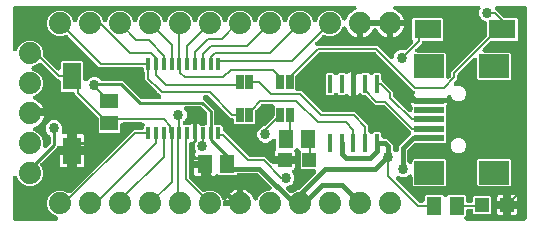
<source format=gbr>
G04 EAGLE Gerber RS-274X export*
G75*
%MOMM*%
%FSLAX34Y34*%
%LPD*%
%INTop Copper*%
%IPPOS*%
%AMOC8*
5,1,8,0,0,1.08239X$1,22.5*%
G01*
%ADD10R,0.400000X1.000000*%
%ADD11R,1.500000X1.300000*%
%ADD12R,1.600000X2.300000*%
%ADD13R,1.300000X1.500000*%
%ADD14R,1.200000X1.200000*%
%ADD15R,2.500000X0.500000*%
%ADD16R,2.500000X2.000000*%
%ADD17R,0.400000X1.499997*%
%ADD18C,1.879600*%
%ADD19R,0.635000X1.270000*%
%ADD20R,2.300000X1.600000*%
%ADD21C,0.406400*%
%ADD22C,0.858000*%
%ADD23C,0.254000*%
%ADD24C,0.203200*%

G36*
X435026Y2003D02*
X435026Y2003D01*
X435044Y2001D01*
X435226Y2022D01*
X435409Y2041D01*
X435426Y2046D01*
X435443Y2048D01*
X435618Y2105D01*
X435794Y2159D01*
X435809Y2167D01*
X435826Y2173D01*
X435986Y2263D01*
X436148Y2351D01*
X436161Y2362D01*
X436177Y2371D01*
X436316Y2491D01*
X436457Y2608D01*
X436468Y2622D01*
X436482Y2634D01*
X436594Y2779D01*
X436709Y2922D01*
X436717Y2938D01*
X436728Y2952D01*
X436810Y3117D01*
X436895Y3279D01*
X436900Y3296D01*
X436908Y3312D01*
X436955Y3491D01*
X437006Y3666D01*
X437008Y3684D01*
X437012Y3701D01*
X437039Y4032D01*
X437039Y181998D01*
X437037Y182016D01*
X437039Y182034D01*
X437018Y182216D01*
X436999Y182399D01*
X436994Y182416D01*
X436992Y182433D01*
X436935Y182608D01*
X436881Y182784D01*
X436873Y182799D01*
X436867Y182816D01*
X436777Y182976D01*
X436689Y183138D01*
X436678Y183151D01*
X436669Y183167D01*
X436549Y183306D01*
X436432Y183447D01*
X436418Y183458D01*
X436406Y183472D01*
X436261Y183584D01*
X436118Y183699D01*
X436102Y183707D01*
X436088Y183718D01*
X435923Y183800D01*
X435761Y183885D01*
X435744Y183890D01*
X435728Y183898D01*
X435549Y183945D01*
X435374Y183996D01*
X435356Y183998D01*
X435339Y184002D01*
X435008Y184029D01*
X412228Y184029D01*
X412219Y184028D01*
X412210Y184029D01*
X412018Y184008D01*
X411827Y183989D01*
X411819Y183987D01*
X411810Y183986D01*
X411627Y183928D01*
X411442Y183871D01*
X411434Y183867D01*
X411426Y183864D01*
X411257Y183771D01*
X411088Y183679D01*
X411081Y183674D01*
X411073Y183669D01*
X410926Y183544D01*
X410779Y183422D01*
X410773Y183415D01*
X410766Y183409D01*
X410647Y183257D01*
X410527Y183108D01*
X410522Y183100D01*
X410517Y183093D01*
X410430Y182921D01*
X410341Y182751D01*
X410339Y182742D01*
X410335Y182734D01*
X410283Y182548D01*
X410230Y182364D01*
X410229Y182355D01*
X410227Y182346D01*
X410212Y182154D01*
X410197Y181962D01*
X410198Y181954D01*
X410197Y181945D01*
X410222Y181752D01*
X410244Y181563D01*
X410246Y181554D01*
X410248Y181545D01*
X410309Y181362D01*
X410369Y181180D01*
X410373Y181172D01*
X410376Y181164D01*
X410471Y180998D01*
X410566Y180829D01*
X410572Y180822D01*
X410577Y180815D01*
X410791Y180562D01*
X413096Y178257D01*
X417403Y173950D01*
X417424Y173933D01*
X417442Y173912D01*
X417580Y173805D01*
X417715Y173695D01*
X417739Y173682D01*
X417760Y173666D01*
X417917Y173588D01*
X418071Y173506D01*
X418096Y173498D01*
X418120Y173486D01*
X418290Y173441D01*
X418457Y173391D01*
X418483Y173389D01*
X418509Y173382D01*
X418840Y173355D01*
X428442Y173355D01*
X429335Y172462D01*
X429335Y155198D01*
X428442Y154305D01*
X407660Y154305D01*
X407633Y154303D01*
X407606Y154305D01*
X407433Y154283D01*
X407259Y154265D01*
X407234Y154258D01*
X407207Y154254D01*
X407042Y154199D01*
X406874Y154147D01*
X406851Y154134D01*
X406825Y154126D01*
X406674Y154039D01*
X406520Y153955D01*
X406500Y153938D01*
X406476Y153925D01*
X406223Y153710D01*
X400135Y147622D01*
X400130Y147615D01*
X400123Y147610D01*
X400003Y147460D01*
X399880Y147311D01*
X399876Y147303D01*
X399871Y147296D01*
X399782Y147126D01*
X399692Y146955D01*
X399689Y146946D01*
X399685Y146939D01*
X399632Y146754D01*
X399577Y146569D01*
X399576Y146560D01*
X399574Y146552D01*
X399558Y146360D01*
X399541Y146168D01*
X399542Y146159D01*
X399541Y146150D01*
X399563Y145961D01*
X399584Y145768D01*
X399587Y145759D01*
X399588Y145751D01*
X399647Y145569D01*
X399705Y145384D01*
X399710Y145376D01*
X399713Y145368D01*
X399808Y145199D01*
X399900Y145032D01*
X399906Y145025D01*
X399910Y145017D01*
X400036Y144871D01*
X400161Y144725D01*
X400168Y144719D01*
X400174Y144712D01*
X400325Y144595D01*
X400477Y144475D01*
X400485Y144471D01*
X400492Y144466D01*
X400664Y144380D01*
X400836Y144293D01*
X400844Y144290D01*
X400852Y144286D01*
X401039Y144236D01*
X401224Y144185D01*
X401232Y144184D01*
X401241Y144182D01*
X401572Y144155D01*
X422542Y144155D01*
X423435Y143262D01*
X423435Y121998D01*
X422542Y121105D01*
X396278Y121105D01*
X395385Y121998D01*
X395385Y137968D01*
X395384Y137977D01*
X395385Y137986D01*
X395364Y138179D01*
X395345Y138369D01*
X395343Y138377D01*
X395342Y138386D01*
X395284Y138570D01*
X395227Y138754D01*
X395223Y138762D01*
X395220Y138770D01*
X395128Y138938D01*
X395035Y139108D01*
X395030Y139115D01*
X395025Y139122D01*
X394901Y139270D01*
X394778Y139417D01*
X394771Y139423D01*
X394765Y139429D01*
X394613Y139549D01*
X394464Y139669D01*
X394456Y139674D01*
X394449Y139679D01*
X394276Y139767D01*
X394107Y139855D01*
X394098Y139857D01*
X394090Y139861D01*
X393904Y139913D01*
X393720Y139966D01*
X393711Y139967D01*
X393702Y139969D01*
X393509Y139984D01*
X393318Y139999D01*
X393310Y139998D01*
X393301Y139999D01*
X393108Y139975D01*
X392919Y139952D01*
X392910Y139950D01*
X392901Y139948D01*
X392718Y139887D01*
X392536Y139827D01*
X392528Y139823D01*
X392520Y139820D01*
X392353Y139724D01*
X392185Y139630D01*
X392178Y139624D01*
X392171Y139619D01*
X391918Y139405D01*
X379056Y126543D01*
X379039Y126522D01*
X379018Y126504D01*
X378911Y126366D01*
X378801Y126231D01*
X378788Y126207D01*
X378772Y126186D01*
X378693Y126029D01*
X378612Y125875D01*
X378604Y125850D01*
X378592Y125826D01*
X378547Y125656D01*
X378497Y125489D01*
X378495Y125463D01*
X378488Y125437D01*
X378461Y125106D01*
X378461Y122138D01*
X375670Y119347D01*
X375667Y119344D01*
X375664Y119341D01*
X375537Y119184D01*
X375415Y119036D01*
X375413Y119032D01*
X375410Y119028D01*
X375317Y118850D01*
X375227Y118680D01*
X375225Y118676D01*
X375223Y118672D01*
X375168Y118483D01*
X375112Y118294D01*
X375111Y118290D01*
X375110Y118285D01*
X375094Y118093D01*
X375075Y117893D01*
X375076Y117889D01*
X375076Y117884D01*
X375097Y117694D01*
X375119Y117493D01*
X375120Y117488D01*
X375121Y117484D01*
X375179Y117301D01*
X375240Y117109D01*
X375243Y117105D01*
X375244Y117101D01*
X375342Y116926D01*
X375435Y116757D01*
X375438Y116753D01*
X375440Y116749D01*
X375570Y116598D01*
X375696Y116450D01*
X375699Y116447D01*
X375702Y116443D01*
X375858Y116322D01*
X376012Y116200D01*
X376016Y116198D01*
X376019Y116195D01*
X376196Y116106D01*
X376371Y116018D01*
X376375Y116016D01*
X376379Y116014D01*
X376568Y115963D01*
X376758Y115910D01*
X376763Y115909D01*
X376767Y115908D01*
X376959Y115895D01*
X377160Y115880D01*
X377165Y115881D01*
X377169Y115881D01*
X377361Y115906D01*
X377559Y115931D01*
X377564Y115932D01*
X377568Y115933D01*
X377884Y116034D01*
X378117Y116131D01*
X380703Y116131D01*
X383092Y115141D01*
X384921Y113312D01*
X385911Y110923D01*
X385911Y108337D01*
X384921Y105948D01*
X383092Y104119D01*
X380703Y103129D01*
X378117Y103129D01*
X375728Y104119D01*
X373899Y105948D01*
X373359Y107252D01*
X373357Y107256D01*
X373355Y107260D01*
X373262Y107433D01*
X373168Y107607D01*
X373166Y107611D01*
X373163Y107614D01*
X373039Y107763D01*
X372912Y107917D01*
X372909Y107920D01*
X372906Y107924D01*
X372753Y108046D01*
X372599Y108171D01*
X372595Y108173D01*
X372592Y108176D01*
X372419Y108266D01*
X372243Y108358D01*
X372239Y108359D01*
X372235Y108361D01*
X372047Y108415D01*
X371856Y108471D01*
X371852Y108472D01*
X371848Y108473D01*
X371650Y108489D01*
X371455Y108506D01*
X371451Y108505D01*
X371446Y108506D01*
X371252Y108483D01*
X371055Y108461D01*
X371051Y108459D01*
X371047Y108459D01*
X370861Y108398D01*
X370672Y108338D01*
X370668Y108335D01*
X370664Y108334D01*
X370492Y108237D01*
X370320Y108141D01*
X370317Y108138D01*
X370313Y108136D01*
X370165Y108008D01*
X370015Y107879D01*
X370012Y107876D01*
X370008Y107873D01*
X369888Y107717D01*
X369766Y107562D01*
X369764Y107558D01*
X369762Y107555D01*
X369673Y107377D01*
X369586Y107203D01*
X369584Y107198D01*
X369582Y107194D01*
X369531Y107002D01*
X369479Y106814D01*
X369479Y106810D01*
X369478Y106806D01*
X369451Y106475D01*
X369451Y105661D01*
X354410Y105661D01*
X339369Y105661D01*
X339369Y106465D01*
X339542Y107111D01*
X339877Y107690D01*
X340350Y108163D01*
X340980Y108527D01*
X341104Y108566D01*
X341152Y108593D01*
X341204Y108612D01*
X341328Y108690D01*
X341456Y108761D01*
X341498Y108797D01*
X341545Y108826D01*
X341651Y108927D01*
X341763Y109021D01*
X341797Y109065D01*
X341838Y109103D01*
X341922Y109222D01*
X342013Y109337D01*
X342038Y109387D01*
X342070Y109432D01*
X342129Y109566D01*
X342195Y109696D01*
X342210Y109750D01*
X342232Y109800D01*
X342264Y109943D01*
X342303Y110084D01*
X342307Y110139D01*
X342319Y110193D01*
X342322Y110340D01*
X342332Y110486D01*
X342325Y110541D01*
X342327Y110596D01*
X342300Y110740D01*
X342282Y110885D01*
X342264Y110938D01*
X342254Y110992D01*
X342200Y111128D01*
X342154Y111267D01*
X342126Y111315D01*
X342106Y111366D01*
X342026Y111488D01*
X341953Y111616D01*
X341912Y111664D01*
X341886Y111704D01*
X341828Y111763D01*
X341738Y111869D01*
X309423Y144184D01*
X309402Y144201D01*
X309384Y144222D01*
X309246Y144329D01*
X309111Y144439D01*
X309087Y144452D01*
X309066Y144468D01*
X308909Y144546D01*
X308755Y144628D01*
X308730Y144636D01*
X308706Y144648D01*
X308536Y144693D01*
X308369Y144743D01*
X308343Y144745D01*
X308317Y144752D01*
X307986Y144779D01*
X262498Y144779D01*
X262471Y144777D01*
X262444Y144779D01*
X262271Y144757D01*
X262097Y144739D01*
X262072Y144732D01*
X262045Y144728D01*
X261879Y144673D01*
X261712Y144621D01*
X261689Y144608D01*
X261663Y144600D01*
X261512Y144513D01*
X261358Y144429D01*
X261338Y144412D01*
X261314Y144399D01*
X261061Y144184D01*
X241769Y124892D01*
X241752Y124871D01*
X241731Y124853D01*
X241624Y124715D01*
X241514Y124580D01*
X241501Y124556D01*
X241485Y124535D01*
X241407Y124378D01*
X241325Y124224D01*
X241317Y124199D01*
X241305Y124175D01*
X241260Y124005D01*
X241210Y123838D01*
X241208Y123812D01*
X241201Y123786D01*
X241174Y123455D01*
X241174Y113792D01*
X241176Y113774D01*
X241174Y113756D01*
X241195Y113574D01*
X241214Y113391D01*
X241219Y113374D01*
X241221Y113357D01*
X241278Y113182D01*
X241332Y113006D01*
X241340Y112991D01*
X241346Y112974D01*
X241436Y112814D01*
X241524Y112652D01*
X241535Y112639D01*
X241544Y112623D01*
X241664Y112484D01*
X241781Y112343D01*
X241795Y112332D01*
X241807Y112318D01*
X241952Y112206D01*
X242095Y112091D01*
X242111Y112083D01*
X242125Y112072D01*
X242290Y111990D01*
X242452Y111905D01*
X242469Y111900D01*
X242485Y111892D01*
X242664Y111845D01*
X242839Y111794D01*
X242857Y111792D01*
X242874Y111788D01*
X243205Y111761D01*
X246176Y111761D01*
X248260Y109678D01*
X248260Y109677D01*
X263588Y94350D01*
X263608Y94333D01*
X263626Y94312D01*
X263764Y94205D01*
X263899Y94095D01*
X263923Y94082D01*
X263944Y94066D01*
X264101Y93988D01*
X264255Y93906D01*
X264280Y93898D01*
X264304Y93886D01*
X264474Y93841D01*
X264641Y93791D01*
X264667Y93789D01*
X264693Y93782D01*
X265024Y93755D01*
X291788Y93755D01*
X303051Y82492D01*
X303051Y77666D01*
X303053Y77639D01*
X303051Y77612D01*
X303073Y77438D01*
X303091Y77265D01*
X303098Y77240D01*
X303102Y77213D01*
X303157Y77047D01*
X303209Y76880D01*
X303222Y76857D01*
X303230Y76831D01*
X303317Y76680D01*
X303400Y76526D01*
X303418Y76506D01*
X303431Y76482D01*
X303646Y76229D01*
X304074Y75801D01*
X304087Y75790D01*
X304099Y75776D01*
X304243Y75663D01*
X304385Y75546D01*
X304401Y75538D01*
X304415Y75527D01*
X304579Y75443D01*
X304741Y75358D01*
X304758Y75353D01*
X304774Y75344D01*
X304951Y75295D01*
X305127Y75243D01*
X305145Y75241D01*
X305162Y75236D01*
X305345Y75223D01*
X305528Y75206D01*
X305545Y75208D01*
X305563Y75207D01*
X305745Y75230D01*
X305928Y75250D01*
X305945Y75255D01*
X305963Y75258D01*
X306136Y75316D01*
X306312Y75371D01*
X306328Y75380D01*
X306344Y75386D01*
X306504Y75478D01*
X306664Y75566D01*
X306678Y75578D01*
X306693Y75587D01*
X306946Y75801D01*
X307878Y76733D01*
X313142Y76733D01*
X314035Y75840D01*
X314035Y73297D01*
X314036Y73279D01*
X314035Y73261D01*
X314056Y73079D01*
X314075Y72896D01*
X314080Y72879D01*
X314082Y72861D01*
X314139Y72687D01*
X314193Y72511D01*
X314201Y72496D01*
X314207Y72479D01*
X314297Y72318D01*
X314384Y72157D01*
X314396Y72144D01*
X314405Y72128D01*
X314525Y71989D01*
X314642Y71848D01*
X314656Y71837D01*
X314668Y71823D01*
X314813Y71711D01*
X314956Y71596D01*
X314972Y71587D01*
X314986Y71576D01*
X315151Y71494D01*
X315313Y71410D01*
X315330Y71405D01*
X315346Y71397D01*
X315525Y71349D01*
X315700Y71299D01*
X315718Y71297D01*
X315735Y71293D01*
X316066Y71266D01*
X318574Y71266D01*
X323597Y66243D01*
X323597Y62825D01*
X323599Y62798D01*
X323597Y62771D01*
X323619Y62598D01*
X323637Y62424D01*
X323644Y62399D01*
X323648Y62372D01*
X323704Y62206D01*
X323755Y62039D01*
X323767Y62016D01*
X323776Y61990D01*
X323863Y61839D01*
X323947Y61685D01*
X323964Y61665D01*
X323977Y61641D01*
X324192Y61388D01*
X325266Y60314D01*
X325273Y60309D01*
X325278Y60302D01*
X325427Y60182D01*
X325577Y60059D01*
X325585Y60055D01*
X325592Y60050D01*
X325762Y59961D01*
X325933Y59871D01*
X325942Y59868D01*
X325949Y59864D01*
X326134Y59811D01*
X326319Y59756D01*
X326328Y59755D01*
X326336Y59753D01*
X326527Y59737D01*
X326720Y59720D01*
X326729Y59720D01*
X326738Y59720D01*
X326927Y59742D01*
X327120Y59763D01*
X327129Y59766D01*
X327137Y59767D01*
X327320Y59826D01*
X327504Y59884D01*
X327512Y59889D01*
X327520Y59892D01*
X327687Y59986D01*
X327856Y60079D01*
X327863Y60085D01*
X327871Y60089D01*
X328016Y60215D01*
X328163Y60340D01*
X328169Y60347D01*
X328176Y60353D01*
X328293Y60504D01*
X328413Y60656D01*
X328417Y60664D01*
X328422Y60671D01*
X328508Y60843D01*
X328595Y61015D01*
X328598Y61023D01*
X328602Y61031D01*
X328651Y61217D01*
X328703Y61402D01*
X328704Y61411D01*
X328706Y61420D01*
X328733Y61751D01*
X328733Y64843D01*
X338701Y74811D01*
X338712Y74825D01*
X338726Y74836D01*
X338840Y74981D01*
X338956Y75122D01*
X338964Y75138D01*
X338975Y75152D01*
X339059Y75316D01*
X339145Y75478D01*
X339150Y75495D01*
X339158Y75511D01*
X339207Y75688D01*
X339259Y75864D01*
X339261Y75882D01*
X339266Y75899D01*
X339279Y76082D01*
X339296Y76265D01*
X339294Y76283D01*
X339295Y76301D01*
X339272Y76482D01*
X339252Y76665D01*
X339247Y76682D01*
X339245Y76700D01*
X339187Y76873D01*
X339131Y77049D01*
X339122Y77065D01*
X339117Y77082D01*
X339025Y77240D01*
X338936Y77401D01*
X338924Y77415D01*
X338916Y77430D01*
X338701Y77683D01*
X337212Y79172D01*
X337212Y79173D01*
X316675Y99710D01*
X316654Y99727D01*
X316637Y99747D01*
X316499Y99854D01*
X316363Y99965D01*
X316340Y99977D01*
X316318Y99994D01*
X316162Y100072D01*
X316008Y100153D01*
X315982Y100161D01*
X315958Y100173D01*
X315789Y100218D01*
X315622Y100268D01*
X315595Y100270D01*
X315569Y100277D01*
X315238Y100305D01*
X308824Y100305D01*
X301036Y108092D01*
X301016Y108109D01*
X300998Y108129D01*
X300860Y108236D01*
X300725Y108347D01*
X300701Y108359D01*
X300680Y108376D01*
X300523Y108454D01*
X300369Y108535D01*
X300344Y108543D01*
X300320Y108555D01*
X300150Y108600D01*
X299983Y108650D01*
X299957Y108652D01*
X299931Y108659D01*
X299600Y108687D01*
X297878Y108687D01*
X297446Y109119D01*
X297382Y109171D01*
X297325Y109230D01*
X297227Y109299D01*
X297134Y109374D01*
X297062Y109413D01*
X296994Y109460D01*
X296884Y109507D01*
X296779Y109563D01*
X296700Y109586D01*
X296624Y109619D01*
X296507Y109644D01*
X296393Y109678D01*
X296311Y109685D01*
X296230Y109702D01*
X296111Y109703D01*
X295992Y109714D01*
X295910Y109705D01*
X295828Y109706D01*
X295711Y109684D01*
X295591Y109671D01*
X295513Y109646D01*
X295432Y109630D01*
X295322Y109585D01*
X295208Y109549D01*
X295136Y109509D01*
X295060Y109478D01*
X294960Y109412D01*
X294855Y109354D01*
X294793Y109301D01*
X294724Y109256D01*
X294639Y109171D01*
X294548Y109094D01*
X294497Y109029D01*
X294439Y108971D01*
X294352Y108846D01*
X294299Y108778D01*
X294280Y108742D01*
X294275Y108736D01*
X294273Y108731D01*
X294250Y108698D01*
X294223Y108651D01*
X293750Y108178D01*
X293171Y107844D01*
X292525Y107671D01*
X292221Y107671D01*
X292221Y117711D01*
X292221Y117712D01*
X292221Y127752D01*
X292525Y127752D01*
X293171Y127579D01*
X293750Y127244D01*
X294223Y126771D01*
X294250Y126724D01*
X294298Y126657D01*
X294338Y126585D01*
X294415Y126494D01*
X294485Y126397D01*
X294545Y126341D01*
X294598Y126278D01*
X294692Y126204D01*
X294780Y126123D01*
X294850Y126080D01*
X294914Y126029D01*
X295021Y125975D01*
X295123Y125912D01*
X295200Y125884D01*
X295273Y125846D01*
X295389Y125814D01*
X295501Y125773D01*
X295582Y125760D01*
X295661Y125738D01*
X295781Y125730D01*
X295899Y125711D01*
X295981Y125715D01*
X296063Y125709D01*
X296181Y125724D01*
X296301Y125729D01*
X296381Y125749D01*
X296462Y125759D01*
X296575Y125797D01*
X296692Y125826D01*
X296766Y125862D01*
X296844Y125888D01*
X296948Y125947D01*
X297056Y125998D01*
X297121Y126048D01*
X297193Y126089D01*
X297309Y126187D01*
X297378Y126239D01*
X297406Y126269D01*
X297446Y126303D01*
X297878Y126736D01*
X303142Y126736D01*
X304074Y125804D01*
X304087Y125792D01*
X304099Y125779D01*
X304243Y125665D01*
X304385Y125549D01*
X304401Y125540D01*
X304415Y125529D01*
X304579Y125446D01*
X304741Y125360D01*
X304758Y125355D01*
X304774Y125347D01*
X304951Y125298D01*
X305127Y125245D01*
X305145Y125244D01*
X305162Y125239D01*
X305345Y125226D01*
X305528Y125209D01*
X305546Y125211D01*
X305563Y125210D01*
X305745Y125233D01*
X305928Y125252D01*
X305945Y125258D01*
X305963Y125260D01*
X306137Y125318D01*
X306312Y125374D01*
X306328Y125383D01*
X306344Y125388D01*
X306503Y125480D01*
X306664Y125569D01*
X306678Y125580D01*
X306693Y125589D01*
X306946Y125804D01*
X307878Y126736D01*
X313142Y126736D01*
X314035Y125843D01*
X314035Y121637D01*
X314037Y121610D01*
X314035Y121584D01*
X314057Y121409D01*
X314075Y121236D01*
X314082Y121211D01*
X314086Y121184D01*
X314141Y121019D01*
X314193Y120851D01*
X314206Y120828D01*
X314214Y120803D01*
X314301Y120651D01*
X314384Y120497D01*
X314402Y120477D01*
X314415Y120454D01*
X314630Y120201D01*
X323973Y110857D01*
X323973Y108008D01*
X323976Y107981D01*
X323974Y107954D01*
X323996Y107780D01*
X324013Y107607D01*
X324021Y107582D01*
X324024Y107555D01*
X324080Y107389D01*
X324131Y107222D01*
X324144Y107199D01*
X324153Y107173D01*
X324240Y107022D01*
X324323Y106868D01*
X324340Y106848D01*
X324354Y106824D01*
X324568Y106571D01*
X336918Y94222D01*
X336925Y94216D01*
X336930Y94209D01*
X337081Y94089D01*
X337229Y93967D01*
X337237Y93963D01*
X337244Y93957D01*
X337414Y93869D01*
X337585Y93778D01*
X337594Y93776D01*
X337601Y93772D01*
X337786Y93718D01*
X337971Y93663D01*
X337980Y93663D01*
X337988Y93660D01*
X338180Y93645D01*
X338372Y93627D01*
X338381Y93628D01*
X338390Y93627D01*
X338579Y93649D01*
X338772Y93670D01*
X338781Y93673D01*
X338789Y93674D01*
X338971Y93734D01*
X339156Y93792D01*
X339164Y93796D01*
X339172Y93799D01*
X339341Y93894D01*
X339508Y93987D01*
X339515Y93993D01*
X339523Y93997D01*
X339669Y94123D01*
X339815Y94247D01*
X339821Y94254D01*
X339828Y94260D01*
X339945Y94412D01*
X340065Y94563D01*
X340069Y94571D01*
X340074Y94578D01*
X340160Y94750D01*
X340247Y94922D01*
X340250Y94931D01*
X340254Y94939D01*
X340304Y95125D01*
X340355Y95310D01*
X340356Y95319D01*
X340358Y95328D01*
X340385Y95658D01*
X340385Y98220D01*
X340383Y98247D01*
X340385Y98274D01*
X340363Y98447D01*
X340345Y98621D01*
X340338Y98646D01*
X340334Y98673D01*
X340279Y98839D01*
X340227Y99006D01*
X340214Y99029D01*
X340206Y99055D01*
X340119Y99206D01*
X340035Y99360D01*
X340018Y99380D01*
X340005Y99404D01*
X339905Y99522D01*
X339542Y100149D01*
X339369Y100795D01*
X339369Y101599D01*
X354410Y101599D01*
X369451Y101599D01*
X369451Y100795D01*
X369278Y100149D01*
X368909Y99510D01*
X368885Y99480D01*
X368775Y99345D01*
X368762Y99321D01*
X368746Y99300D01*
X368668Y99143D01*
X368586Y98989D01*
X368578Y98964D01*
X368566Y98940D01*
X368521Y98770D01*
X368471Y98603D01*
X368469Y98577D01*
X368462Y98551D01*
X368435Y98220D01*
X368435Y91938D01*
X368424Y91794D01*
X368408Y91612D01*
X368410Y91594D01*
X368408Y91575D01*
X368431Y91395D01*
X368435Y91363D01*
X368435Y83937D01*
X368424Y83795D01*
X368408Y83613D01*
X368410Y83595D01*
X368408Y83577D01*
X368431Y83394D01*
X368435Y83363D01*
X368435Y75937D01*
X368424Y75795D01*
X368408Y75613D01*
X368410Y75595D01*
X368408Y75577D01*
X368431Y75394D01*
X368435Y75363D01*
X368435Y68498D01*
X367542Y67605D01*
X342397Y67605D01*
X342370Y67603D01*
X342343Y67605D01*
X342169Y67583D01*
X341996Y67565D01*
X341970Y67558D01*
X341944Y67554D01*
X341778Y67498D01*
X341611Y67447D01*
X341587Y67434D01*
X341562Y67426D01*
X341411Y67339D01*
X341257Y67255D01*
X341237Y67238D01*
X341213Y67225D01*
X340960Y67010D01*
X336442Y62492D01*
X336425Y62471D01*
X336404Y62453D01*
X336298Y62316D01*
X336187Y62180D01*
X336174Y62156D01*
X336158Y62135D01*
X336080Y61979D01*
X335998Y61824D01*
X335990Y61799D01*
X335978Y61775D01*
X335933Y61606D01*
X335883Y61439D01*
X335881Y61412D01*
X335874Y61386D01*
X335847Y61055D01*
X335847Y52475D01*
X335849Y52448D01*
X335847Y52422D01*
X335869Y52248D01*
X335887Y52074D01*
X335894Y52049D01*
X335898Y52022D01*
X335953Y51857D01*
X336005Y51689D01*
X336018Y51666D01*
X336026Y51640D01*
X336113Y51489D01*
X336197Y51335D01*
X336214Y51315D01*
X336227Y51292D01*
X336442Y51039D01*
X336918Y50562D01*
X336925Y50557D01*
X336930Y50550D01*
X337080Y50429D01*
X337229Y50307D01*
X337237Y50303D01*
X337244Y50298D01*
X337414Y50210D01*
X337585Y50119D01*
X337594Y50116D01*
X337601Y50112D01*
X337786Y50059D01*
X337971Y50004D01*
X337980Y50003D01*
X337988Y50001D01*
X338181Y49985D01*
X338372Y49968D01*
X338381Y49968D01*
X338390Y49968D01*
X338579Y49990D01*
X338772Y50011D01*
X338781Y50014D01*
X338789Y50015D01*
X338973Y50075D01*
X339156Y50132D01*
X339164Y50137D01*
X339172Y50140D01*
X339341Y50235D01*
X339508Y50327D01*
X339515Y50333D01*
X339523Y50337D01*
X339668Y50463D01*
X339815Y50588D01*
X339821Y50595D01*
X339828Y50601D01*
X339944Y50751D01*
X340065Y50904D01*
X340069Y50912D01*
X340074Y50919D01*
X340160Y51091D01*
X340247Y51263D01*
X340250Y51271D01*
X340254Y51279D01*
X340304Y51467D01*
X340355Y51650D01*
X340356Y51659D01*
X340358Y51668D01*
X340385Y51999D01*
X340385Y53262D01*
X341278Y54155D01*
X367542Y54155D01*
X368435Y53262D01*
X368435Y31998D01*
X367542Y31105D01*
X341278Y31105D01*
X340385Y31998D01*
X340385Y39061D01*
X340384Y39070D01*
X340385Y39079D01*
X340364Y39271D01*
X340345Y39462D01*
X340343Y39470D01*
X340342Y39479D01*
X340284Y39662D01*
X340227Y39847D01*
X340223Y39855D01*
X340220Y39863D01*
X340127Y40032D01*
X340035Y40201D01*
X340030Y40208D01*
X340025Y40216D01*
X339900Y40363D01*
X339778Y40510D01*
X339771Y40516D01*
X339765Y40523D01*
X339614Y40642D01*
X339464Y40762D01*
X339456Y40767D01*
X339449Y40772D01*
X339278Y40859D01*
X339107Y40948D01*
X339098Y40950D01*
X339090Y40954D01*
X338905Y41006D01*
X338720Y41059D01*
X338711Y41060D01*
X338702Y41062D01*
X338510Y41077D01*
X338318Y41092D01*
X338310Y41091D01*
X338301Y41092D01*
X338110Y41068D01*
X337919Y41045D01*
X337910Y41043D01*
X337901Y41041D01*
X337720Y40981D01*
X337536Y40920D01*
X337528Y40916D01*
X337520Y40913D01*
X337353Y40817D01*
X337185Y40723D01*
X337178Y40717D01*
X337171Y40712D01*
X336918Y40498D01*
X336159Y39739D01*
X333649Y38699D01*
X330931Y38699D01*
X329052Y39478D01*
X329048Y39479D01*
X329044Y39481D01*
X328857Y39537D01*
X328667Y39594D01*
X328662Y39595D01*
X328658Y39596D01*
X328460Y39614D01*
X328266Y39632D01*
X328262Y39632D01*
X328257Y39632D01*
X328055Y39610D01*
X327865Y39591D01*
X327861Y39589D01*
X327857Y39589D01*
X327664Y39528D01*
X327481Y39471D01*
X327477Y39469D01*
X327473Y39467D01*
X327298Y39371D01*
X327128Y39278D01*
X327124Y39275D01*
X327120Y39272D01*
X326971Y39145D01*
X326820Y39018D01*
X326817Y39015D01*
X326813Y39012D01*
X326691Y38857D01*
X326569Y38704D01*
X326567Y38700D01*
X326564Y38696D01*
X326474Y38519D01*
X326385Y38345D01*
X326384Y38341D01*
X326382Y38337D01*
X326327Y38141D01*
X326275Y37958D01*
X326275Y37954D01*
X326274Y37949D01*
X326259Y37745D01*
X326244Y37557D01*
X326244Y37552D01*
X326244Y37548D01*
X326270Y37347D01*
X326293Y37157D01*
X326294Y37153D01*
X326295Y37148D01*
X326358Y36960D01*
X326419Y36775D01*
X326421Y36771D01*
X326423Y36767D01*
X326522Y36594D01*
X326619Y36425D01*
X326621Y36422D01*
X326624Y36418D01*
X326838Y36165D01*
X345307Y17696D01*
X345328Y17679D01*
X345346Y17658D01*
X345484Y17551D01*
X345619Y17441D01*
X345643Y17428D01*
X345664Y17412D01*
X345821Y17334D01*
X345975Y17252D01*
X346000Y17244D01*
X346024Y17232D01*
X346194Y17187D01*
X346361Y17137D01*
X346387Y17135D01*
X346413Y17128D01*
X346744Y17101D01*
X348644Y17101D01*
X348662Y17103D01*
X348680Y17101D01*
X348862Y17122D01*
X349045Y17141D01*
X349062Y17146D01*
X349079Y17148D01*
X349254Y17205D01*
X349430Y17259D01*
X349445Y17267D01*
X349462Y17273D01*
X349622Y17363D01*
X349784Y17451D01*
X349797Y17462D01*
X349813Y17471D01*
X349952Y17591D01*
X350093Y17708D01*
X350104Y17722D01*
X350118Y17734D01*
X350230Y17879D01*
X350345Y18022D01*
X350353Y18038D01*
X350364Y18052D01*
X350446Y18217D01*
X350531Y18379D01*
X350536Y18396D01*
X350544Y18412D01*
X350591Y18591D01*
X350642Y18766D01*
X350644Y18784D01*
X350648Y18801D01*
X350675Y19132D01*
X350675Y22692D01*
X351568Y23585D01*
X365832Y23585D01*
X366764Y22653D01*
X366778Y22641D01*
X366789Y22628D01*
X366933Y22514D01*
X367075Y22398D01*
X367091Y22389D01*
X367105Y22378D01*
X367269Y22295D01*
X367431Y22209D01*
X367448Y22204D01*
X367464Y22196D01*
X367641Y22146D01*
X367817Y22094D01*
X367835Y22093D01*
X367852Y22088D01*
X368035Y22074D01*
X368218Y22058D01*
X368236Y22060D01*
X368253Y22058D01*
X368435Y22081D01*
X368618Y22101D01*
X368635Y22107D01*
X368653Y22109D01*
X368827Y22167D01*
X369002Y22223D01*
X369018Y22231D01*
X369034Y22237D01*
X369193Y22329D01*
X369354Y22417D01*
X369368Y22429D01*
X369383Y22438D01*
X369636Y22653D01*
X370568Y23585D01*
X384832Y23585D01*
X385725Y22692D01*
X385725Y19132D01*
X385727Y19114D01*
X385725Y19096D01*
X385746Y18914D01*
X385765Y18731D01*
X385770Y18714D01*
X385772Y18697D01*
X385829Y18522D01*
X385883Y18346D01*
X385891Y18331D01*
X385897Y18314D01*
X385987Y18154D01*
X386075Y17992D01*
X386086Y17979D01*
X386095Y17963D01*
X386215Y17824D01*
X386332Y17683D01*
X386346Y17672D01*
X386358Y17658D01*
X386503Y17546D01*
X386646Y17431D01*
X386662Y17423D01*
X386676Y17412D01*
X386841Y17330D01*
X387003Y17245D01*
X387020Y17240D01*
X387036Y17232D01*
X387215Y17185D01*
X387390Y17134D01*
X387408Y17132D01*
X387425Y17128D01*
X387756Y17101D01*
X389844Y17101D01*
X389862Y17103D01*
X389880Y17101D01*
X390062Y17122D01*
X390245Y17141D01*
X390262Y17146D01*
X390279Y17148D01*
X390454Y17205D01*
X390630Y17259D01*
X390645Y17267D01*
X390662Y17273D01*
X390822Y17363D01*
X390984Y17451D01*
X390997Y17462D01*
X391013Y17471D01*
X391152Y17591D01*
X391293Y17708D01*
X391304Y17722D01*
X391318Y17734D01*
X391430Y17879D01*
X391545Y18022D01*
X391553Y18038D01*
X391564Y18052D01*
X391646Y18217D01*
X391731Y18379D01*
X391736Y18396D01*
X391744Y18412D01*
X391791Y18591D01*
X391842Y18766D01*
X391844Y18784D01*
X391848Y18801D01*
X391875Y19132D01*
X391875Y21872D01*
X392768Y22765D01*
X406032Y22765D01*
X406925Y21872D01*
X406925Y8608D01*
X406032Y7715D01*
X392768Y7715D01*
X391875Y8608D01*
X391875Y9988D01*
X391873Y10006D01*
X391875Y10024D01*
X391854Y10206D01*
X391835Y10389D01*
X391830Y10406D01*
X391828Y10423D01*
X391771Y10598D01*
X391717Y10774D01*
X391709Y10789D01*
X391703Y10806D01*
X391613Y10966D01*
X391525Y11128D01*
X391514Y11141D01*
X391505Y11157D01*
X391385Y11296D01*
X391268Y11437D01*
X391254Y11448D01*
X391242Y11462D01*
X391097Y11574D01*
X390954Y11689D01*
X390938Y11697D01*
X390924Y11708D01*
X390759Y11790D01*
X390597Y11875D01*
X390580Y11880D01*
X390564Y11888D01*
X390385Y11935D01*
X390210Y11986D01*
X390192Y11988D01*
X390175Y11992D01*
X389844Y12019D01*
X387756Y12019D01*
X387738Y12017D01*
X387720Y12019D01*
X387538Y11998D01*
X387355Y11979D01*
X387338Y11974D01*
X387321Y11972D01*
X387146Y11915D01*
X386970Y11861D01*
X386955Y11853D01*
X386938Y11847D01*
X386778Y11757D01*
X386616Y11669D01*
X386603Y11658D01*
X386587Y11649D01*
X386448Y11529D01*
X386307Y11412D01*
X386296Y11398D01*
X386282Y11386D01*
X386170Y11241D01*
X386055Y11098D01*
X386047Y11082D01*
X386036Y11068D01*
X385954Y10903D01*
X385869Y10741D01*
X385864Y10724D01*
X385856Y10708D01*
X385809Y10529D01*
X385758Y10354D01*
X385756Y10336D01*
X385752Y10319D01*
X385725Y9988D01*
X385725Y6428D01*
X384765Y5468D01*
X384759Y5461D01*
X384752Y5456D01*
X384631Y5305D01*
X384510Y5157D01*
X384505Y5149D01*
X384500Y5142D01*
X384411Y4972D01*
X384321Y4801D01*
X384318Y4792D01*
X384314Y4785D01*
X384261Y4600D01*
X384206Y4415D01*
X384205Y4406D01*
X384203Y4398D01*
X384187Y4207D01*
X384170Y4014D01*
X384171Y4005D01*
X384170Y3996D01*
X384192Y3807D01*
X384213Y3614D01*
X384216Y3605D01*
X384217Y3597D01*
X384276Y3415D01*
X384335Y3230D01*
X384339Y3222D01*
X384342Y3214D01*
X384436Y3047D01*
X384529Y2878D01*
X384535Y2871D01*
X384540Y2863D01*
X384665Y2718D01*
X384790Y2571D01*
X384797Y2565D01*
X384803Y2558D01*
X384953Y2442D01*
X385106Y2321D01*
X385114Y2317D01*
X385121Y2312D01*
X385292Y2227D01*
X385465Y2139D01*
X385473Y2136D01*
X385481Y2132D01*
X385667Y2083D01*
X385853Y2031D01*
X385862Y2030D01*
X385870Y2028D01*
X386201Y2001D01*
X435008Y2001D01*
X435026Y2003D01*
G37*
G36*
X38189Y2001D02*
X38189Y2001D01*
X38193Y2001D01*
X38387Y2021D01*
X38585Y2041D01*
X38589Y2042D01*
X38594Y2042D01*
X38779Y2100D01*
X38970Y2159D01*
X38974Y2161D01*
X38978Y2162D01*
X39150Y2256D01*
X39324Y2351D01*
X39327Y2353D01*
X39331Y2356D01*
X39482Y2483D01*
X39633Y2608D01*
X39636Y2612D01*
X39639Y2615D01*
X39763Y2769D01*
X39885Y2922D01*
X39887Y2926D01*
X39890Y2929D01*
X39980Y3104D01*
X40071Y3279D01*
X40072Y3284D01*
X40074Y3288D01*
X40127Y3475D01*
X40182Y3666D01*
X40183Y3671D01*
X40184Y3675D01*
X40199Y3868D01*
X40215Y4068D01*
X40215Y4072D01*
X40215Y4076D01*
X40192Y4267D01*
X40168Y4467D01*
X40167Y4472D01*
X40166Y4476D01*
X40105Y4661D01*
X40043Y4850D01*
X40041Y4854D01*
X40040Y4858D01*
X39942Y5030D01*
X39846Y5201D01*
X39843Y5204D01*
X39840Y5208D01*
X39709Y5359D01*
X39582Y5505D01*
X39579Y5508D01*
X39576Y5512D01*
X39419Y5632D01*
X39264Y5752D01*
X39260Y5754D01*
X39257Y5757D01*
X38962Y5909D01*
X35723Y7250D01*
X32650Y10323D01*
X30987Y14337D01*
X30987Y18683D01*
X32650Y22697D01*
X35723Y25770D01*
X39737Y27433D01*
X44083Y27433D01*
X48097Y25770D01*
X48306Y25561D01*
X48319Y25550D01*
X48331Y25537D01*
X48476Y25422D01*
X48617Y25306D01*
X48633Y25298D01*
X48647Y25287D01*
X48811Y25204D01*
X48973Y25118D01*
X48990Y25113D01*
X49006Y25105D01*
X49182Y25055D01*
X49359Y25003D01*
X49377Y25001D01*
X49394Y24997D01*
X49577Y24983D01*
X49760Y24967D01*
X49777Y24968D01*
X49795Y24967D01*
X49978Y24990D01*
X50160Y25010D01*
X50177Y25015D01*
X50195Y25018D01*
X50369Y25076D01*
X50544Y25131D01*
X50559Y25140D01*
X50576Y25146D01*
X50736Y25238D01*
X50896Y25326D01*
X50910Y25338D01*
X50925Y25347D01*
X51178Y25561D01*
X104198Y78581D01*
X111026Y78581D01*
X111044Y78583D01*
X111062Y78581D01*
X111244Y78602D01*
X111427Y78621D01*
X111444Y78626D01*
X111461Y78628D01*
X111636Y78685D01*
X111812Y78739D01*
X111827Y78747D01*
X111844Y78753D01*
X112004Y78843D01*
X112166Y78931D01*
X112179Y78942D01*
X112195Y78951D01*
X112334Y79071D01*
X112475Y79188D01*
X112486Y79202D01*
X112500Y79214D01*
X112612Y79359D01*
X112727Y79502D01*
X112735Y79518D01*
X112746Y79532D01*
X112828Y79697D01*
X112913Y79859D01*
X112918Y79876D01*
X112926Y79892D01*
X112973Y80071D01*
X113024Y80246D01*
X113026Y80264D01*
X113030Y80281D01*
X113057Y80612D01*
X113057Y81681D01*
X113141Y81784D01*
X113262Y81933D01*
X113267Y81941D01*
X113272Y81948D01*
X113361Y82118D01*
X113451Y82289D01*
X113454Y82298D01*
X113458Y82305D01*
X113511Y82489D01*
X113566Y82675D01*
X113567Y82684D01*
X113569Y82692D01*
X113585Y82883D01*
X113602Y83076D01*
X113601Y83085D01*
X113602Y83094D01*
X113580Y83282D01*
X113559Y83476D01*
X113556Y83485D01*
X113555Y83493D01*
X113495Y83676D01*
X113437Y83860D01*
X113433Y83868D01*
X113430Y83876D01*
X113335Y84045D01*
X113243Y84212D01*
X113237Y84219D01*
X113232Y84227D01*
X113107Y84372D01*
X112982Y84519D01*
X112975Y84525D01*
X112969Y84532D01*
X112818Y84649D01*
X112666Y84769D01*
X112658Y84773D01*
X112651Y84778D01*
X112479Y84864D01*
X112307Y84951D01*
X112299Y84954D01*
X112291Y84958D01*
X112103Y85008D01*
X111919Y85059D01*
X111911Y85060D01*
X111902Y85062D01*
X111571Y85089D01*
X94876Y85089D01*
X94858Y85087D01*
X94840Y85089D01*
X94658Y85068D01*
X94475Y85049D01*
X94458Y85044D01*
X94441Y85042D01*
X94266Y84985D01*
X94090Y84931D01*
X94075Y84923D01*
X94058Y84917D01*
X93898Y84827D01*
X93736Y84739D01*
X93723Y84728D01*
X93707Y84719D01*
X93568Y84599D01*
X93427Y84482D01*
X93416Y84468D01*
X93402Y84456D01*
X93290Y84311D01*
X93175Y84168D01*
X93167Y84152D01*
X93156Y84138D01*
X93074Y83973D01*
X92989Y83811D01*
X92984Y83794D01*
X92976Y83778D01*
X92929Y83599D01*
X92878Y83424D01*
X92876Y83406D01*
X92872Y83389D01*
X92845Y83058D01*
X92845Y77348D01*
X91952Y76455D01*
X75688Y76455D01*
X74795Y77348D01*
X74795Y88160D01*
X74793Y88187D01*
X74795Y88214D01*
X74773Y88388D01*
X74755Y88561D01*
X74748Y88586D01*
X74744Y88613D01*
X74688Y88779D01*
X74637Y88946D01*
X74624Y88969D01*
X74616Y88995D01*
X74529Y89146D01*
X74445Y89300D01*
X74428Y89320D01*
X74415Y89344D01*
X74200Y89597D01*
X56693Y107104D01*
X54609Y109188D01*
X54609Y109190D01*
X54588Y109372D01*
X54569Y109555D01*
X54564Y109572D01*
X54562Y109589D01*
X54505Y109764D01*
X54451Y109940D01*
X54443Y109955D01*
X54437Y109972D01*
X54347Y110132D01*
X54259Y110294D01*
X54248Y110307D01*
X54239Y110323D01*
X54119Y110462D01*
X54002Y110603D01*
X53988Y110614D01*
X53976Y110628D01*
X53831Y110740D01*
X53688Y110855D01*
X53672Y110863D01*
X53658Y110874D01*
X53493Y110956D01*
X53331Y111041D01*
X53314Y111046D01*
X53298Y111054D01*
X53119Y111101D01*
X52944Y111152D01*
X52926Y111154D01*
X52909Y111158D01*
X52578Y111185D01*
X43438Y111185D01*
X42545Y112078D01*
X42545Y119638D01*
X42543Y119656D01*
X42545Y119674D01*
X42524Y119856D01*
X42505Y120039D01*
X42500Y120056D01*
X42498Y120073D01*
X42441Y120248D01*
X42387Y120424D01*
X42379Y120439D01*
X42373Y120456D01*
X42283Y120616D01*
X42195Y120778D01*
X42184Y120791D01*
X42175Y120807D01*
X42055Y120946D01*
X41938Y121087D01*
X41924Y121098D01*
X41912Y121112D01*
X41767Y121224D01*
X41624Y121339D01*
X41608Y121347D01*
X41594Y121358D01*
X41429Y121440D01*
X41267Y121525D01*
X41250Y121530D01*
X41234Y121538D01*
X41055Y121585D01*
X40880Y121636D01*
X40862Y121638D01*
X40845Y121642D01*
X40514Y121669D01*
X39838Y121669D01*
X26413Y135094D01*
X26399Y135105D01*
X26388Y135119D01*
X26244Y135232D01*
X26102Y135349D01*
X26086Y135357D01*
X26072Y135368D01*
X25908Y135451D01*
X25746Y135537D01*
X25729Y135542D01*
X25713Y135550D01*
X25536Y135600D01*
X25360Y135652D01*
X25342Y135654D01*
X25325Y135658D01*
X25142Y135672D01*
X24959Y135688D01*
X24941Y135687D01*
X24924Y135688D01*
X24742Y135665D01*
X24559Y135645D01*
X24542Y135640D01*
X24524Y135637D01*
X24351Y135579D01*
X24175Y135524D01*
X24159Y135515D01*
X24143Y135509D01*
X23984Y135418D01*
X23823Y135329D01*
X23809Y135317D01*
X23794Y135308D01*
X23541Y135094D01*
X22697Y134250D01*
X18923Y132687D01*
X18915Y132682D01*
X18906Y132680D01*
X18738Y132588D01*
X18568Y132496D01*
X18561Y132491D01*
X18553Y132486D01*
X18407Y132363D01*
X18257Y132240D01*
X18252Y132233D01*
X18245Y132227D01*
X18125Y132077D01*
X18004Y131927D01*
X17999Y131919D01*
X17994Y131913D01*
X17906Y131741D01*
X17817Y131571D01*
X17814Y131562D01*
X17810Y131554D01*
X17758Y131370D01*
X17703Y131184D01*
X17703Y131176D01*
X17700Y131167D01*
X17685Y130976D01*
X17669Y130783D01*
X17670Y130774D01*
X17669Y130766D01*
X17692Y130575D01*
X17714Y130383D01*
X17717Y130375D01*
X17718Y130366D01*
X17778Y130183D01*
X17837Y130000D01*
X17841Y129992D01*
X17844Y129984D01*
X17940Y129816D01*
X18033Y129648D01*
X18039Y129642D01*
X18044Y129634D01*
X18170Y129489D01*
X18295Y129343D01*
X18302Y129337D01*
X18308Y129330D01*
X18460Y129213D01*
X18612Y129094D01*
X18620Y129090D01*
X18627Y129085D01*
X18923Y128933D01*
X22697Y127370D01*
X25770Y124297D01*
X27433Y120283D01*
X27433Y115937D01*
X25770Y111923D01*
X22697Y108850D01*
X20211Y107820D01*
X20133Y107778D01*
X20050Y107745D01*
X19956Y107684D01*
X19856Y107630D01*
X19788Y107574D01*
X19714Y107525D01*
X19633Y107446D01*
X19546Y107374D01*
X19490Y107305D01*
X19427Y107243D01*
X19363Y107149D01*
X19292Y107061D01*
X19251Y106983D01*
X19201Y106909D01*
X19158Y106805D01*
X19105Y106705D01*
X19080Y106620D01*
X19046Y106538D01*
X19024Y106427D01*
X18992Y106318D01*
X18984Y106230D01*
X18967Y106143D01*
X18967Y106030D01*
X18957Y105917D01*
X18967Y105829D01*
X18967Y105740D01*
X18990Y105629D01*
X19003Y105517D01*
X19030Y105432D01*
X19047Y105346D01*
X19091Y105241D01*
X19126Y105134D01*
X19169Y105056D01*
X19203Y104974D01*
X19267Y104881D01*
X19322Y104782D01*
X19380Y104715D01*
X19430Y104641D01*
X19510Y104562D01*
X19584Y104476D01*
X19654Y104422D01*
X19717Y104360D01*
X19812Y104298D01*
X19901Y104228D01*
X19980Y104188D01*
X20055Y104140D01*
X20185Y104085D01*
X20261Y104047D01*
X20305Y104035D01*
X20361Y104012D01*
X21093Y103774D01*
X22767Y102921D01*
X24288Y101816D01*
X25616Y100488D01*
X26721Y98967D01*
X27574Y97293D01*
X28155Y95506D01*
X28195Y95249D01*
X17018Y95249D01*
X17000Y95247D01*
X16983Y95249D01*
X16800Y95228D01*
X16618Y95209D01*
X16601Y95204D01*
X16583Y95202D01*
X16408Y95145D01*
X16233Y95091D01*
X16217Y95083D01*
X16200Y95077D01*
X16040Y94987D01*
X15879Y94899D01*
X15865Y94888D01*
X15849Y94879D01*
X15710Y94759D01*
X15569Y94642D01*
X15558Y94628D01*
X15545Y94616D01*
X15432Y94471D01*
X15317Y94328D01*
X15309Y94312D01*
X15298Y94298D01*
X15216Y94133D01*
X15132Y93971D01*
X15127Y93954D01*
X15119Y93938D01*
X15071Y93759D01*
X15020Y93584D01*
X15019Y93566D01*
X15014Y93549D01*
X14987Y93218D01*
X14987Y92202D01*
X14989Y92184D01*
X14987Y92166D01*
X15009Y91983D01*
X15027Y91801D01*
X15032Y91784D01*
X15034Y91767D01*
X15091Y91592D01*
X15145Y91416D01*
X15153Y91401D01*
X15159Y91384D01*
X15249Y91224D01*
X15337Y91062D01*
X15348Y91049D01*
X15357Y91033D01*
X15477Y90894D01*
X15595Y90753D01*
X15608Y90742D01*
X15620Y90728D01*
X15765Y90616D01*
X15908Y90501D01*
X15924Y90493D01*
X15938Y90482D01*
X16103Y90400D01*
X16266Y90315D01*
X16283Y90310D01*
X16299Y90302D01*
X16477Y90254D01*
X16652Y90204D01*
X16670Y90202D01*
X16687Y90198D01*
X17018Y90171D01*
X28195Y90171D01*
X28155Y89914D01*
X27574Y88127D01*
X26721Y86453D01*
X25616Y84932D01*
X24288Y83604D01*
X22767Y82499D01*
X21093Y81646D01*
X20361Y81408D01*
X20279Y81372D01*
X20195Y81346D01*
X20096Y81292D01*
X19992Y81246D01*
X19919Y81195D01*
X19842Y81153D01*
X19755Y81080D01*
X19663Y81015D01*
X19601Y80951D01*
X19533Y80894D01*
X19463Y80805D01*
X19385Y80723D01*
X19338Y80648D01*
X19282Y80579D01*
X19231Y80478D01*
X19171Y80383D01*
X19139Y80300D01*
X19099Y80221D01*
X19068Y80112D01*
X19028Y80006D01*
X19013Y79919D01*
X18989Y79833D01*
X18980Y79721D01*
X18962Y79609D01*
X18965Y79520D01*
X18958Y79432D01*
X18971Y79320D01*
X18975Y79207D01*
X18996Y79120D01*
X19006Y79032D01*
X19042Y78925D01*
X19068Y78815D01*
X19105Y78734D01*
X19133Y78650D01*
X19189Y78552D01*
X19236Y78449D01*
X19288Y78377D01*
X19332Y78300D01*
X19406Y78215D01*
X19473Y78124D01*
X19539Y78064D01*
X19597Y77997D01*
X19686Y77928D01*
X19770Y77851D01*
X19846Y77805D01*
X19916Y77751D01*
X20042Y77687D01*
X20114Y77643D01*
X20157Y77627D01*
X20211Y77600D01*
X22697Y76570D01*
X25770Y73497D01*
X27433Y69483D01*
X27433Y65499D01*
X27434Y65490D01*
X27433Y65481D01*
X27454Y65289D01*
X27473Y65098D01*
X27475Y65090D01*
X27476Y65081D01*
X27534Y64898D01*
X27591Y64713D01*
X27595Y64705D01*
X27598Y64697D01*
X27691Y64529D01*
X27783Y64359D01*
X27788Y64353D01*
X27793Y64345D01*
X27917Y64198D01*
X28040Y64050D01*
X28047Y64044D01*
X28053Y64038D01*
X28204Y63919D01*
X28354Y63798D01*
X28362Y63794D01*
X28369Y63788D01*
X28542Y63700D01*
X28711Y63612D01*
X28720Y63610D01*
X28728Y63606D01*
X28914Y63554D01*
X29098Y63501D01*
X29107Y63500D01*
X29116Y63498D01*
X29309Y63484D01*
X29500Y63468D01*
X29508Y63469D01*
X29517Y63468D01*
X29710Y63493D01*
X29899Y63515D01*
X29908Y63518D01*
X29917Y63519D01*
X30100Y63580D01*
X30282Y63640D01*
X30290Y63644D01*
X30298Y63647D01*
X30464Y63742D01*
X30633Y63838D01*
X30640Y63844D01*
X30647Y63848D01*
X30900Y64063D01*
X33440Y66603D01*
X33457Y66623D01*
X33478Y66641D01*
X33584Y66779D01*
X33695Y66914D01*
X33708Y66938D01*
X33724Y66959D01*
X33802Y67115D01*
X33884Y67270D01*
X33892Y67296D01*
X33904Y67319D01*
X33949Y67488D01*
X33999Y67656D01*
X34001Y67682D01*
X34008Y67708D01*
X34035Y68039D01*
X34035Y72417D01*
X34033Y72439D01*
X34035Y72461D01*
X34013Y72639D01*
X33995Y72817D01*
X33989Y72839D01*
X33986Y72861D01*
X33930Y73031D01*
X33877Y73202D01*
X33867Y73222D01*
X33860Y73243D01*
X33771Y73399D01*
X33685Y73556D01*
X33671Y73574D01*
X33660Y73593D01*
X33542Y73729D01*
X33428Y73866D01*
X33410Y73880D01*
X33396Y73897D01*
X33253Y74006D01*
X33114Y74118D01*
X33094Y74128D01*
X33076Y74142D01*
X32997Y74183D01*
X31039Y76141D01*
X29999Y78651D01*
X29999Y81369D01*
X31039Y83879D01*
X32961Y85801D01*
X35471Y86841D01*
X38189Y86841D01*
X40699Y85801D01*
X42621Y83879D01*
X43661Y81369D01*
X43661Y78651D01*
X43416Y78059D01*
X43412Y78046D01*
X43405Y78035D01*
X43354Y77854D01*
X43299Y77674D01*
X43298Y77661D01*
X43294Y77648D01*
X43279Y77459D01*
X43261Y77273D01*
X43262Y77260D01*
X43261Y77246D01*
X43283Y77060D01*
X43303Y76873D01*
X43307Y76860D01*
X43308Y76847D01*
X43366Y76669D01*
X43422Y76488D01*
X43429Y76477D01*
X43433Y76464D01*
X43525Y76300D01*
X43616Y76135D01*
X43624Y76125D01*
X43631Y76113D01*
X43754Y75971D01*
X43875Y75827D01*
X43885Y75819D01*
X43894Y75808D01*
X44043Y75693D01*
X44190Y75576D01*
X44201Y75570D01*
X44212Y75562D01*
X44381Y75478D01*
X44548Y75392D01*
X44561Y75388D01*
X44573Y75382D01*
X44755Y75333D01*
X44935Y75282D01*
X44948Y75281D01*
X44961Y75278D01*
X45292Y75251D01*
X48071Y75251D01*
X48071Y65209D01*
X40793Y65209D01*
X40766Y65207D01*
X40740Y65209D01*
X40566Y65187D01*
X40392Y65169D01*
X40367Y65162D01*
X40340Y65158D01*
X40175Y65103D01*
X40007Y65051D01*
X39984Y65038D01*
X39959Y65030D01*
X39807Y64943D01*
X39653Y64859D01*
X39633Y64842D01*
X39610Y64829D01*
X39357Y64614D01*
X25741Y50999D01*
X25730Y50985D01*
X25716Y50973D01*
X25602Y50829D01*
X25486Y50687D01*
X25478Y50671D01*
X25467Y50657D01*
X25383Y50493D01*
X25297Y50331D01*
X25292Y50314D01*
X25284Y50298D01*
X25235Y50121D01*
X25183Y49946D01*
X25181Y49928D01*
X25176Y49911D01*
X25163Y49727D01*
X25146Y49545D01*
X25148Y49527D01*
X25147Y49509D01*
X25170Y49327D01*
X25190Y49144D01*
X25195Y49127D01*
X25197Y49110D01*
X25255Y48936D01*
X25311Y48761D01*
X25320Y48745D01*
X25325Y48728D01*
X25417Y48568D01*
X25506Y48408D01*
X25517Y48395D01*
X25526Y48379D01*
X25741Y48126D01*
X25770Y48097D01*
X27433Y44083D01*
X27433Y39737D01*
X25770Y35723D01*
X22697Y32650D01*
X18683Y30987D01*
X14337Y30987D01*
X10323Y32650D01*
X7250Y35723D01*
X5909Y38962D01*
X5907Y38965D01*
X5905Y38970D01*
X5813Y39141D01*
X5718Y39316D01*
X5716Y39320D01*
X5713Y39324D01*
X5589Y39473D01*
X5462Y39627D01*
X5459Y39630D01*
X5456Y39633D01*
X5303Y39756D01*
X5149Y39881D01*
X5145Y39883D01*
X5142Y39885D01*
X4969Y39975D01*
X4793Y40068D01*
X4789Y40069D01*
X4785Y40071D01*
X4596Y40125D01*
X4406Y40181D01*
X4402Y40181D01*
X4398Y40182D01*
X4200Y40199D01*
X4005Y40215D01*
X4001Y40215D01*
X3996Y40215D01*
X3802Y40192D01*
X3605Y40170D01*
X3601Y40169D01*
X3597Y40168D01*
X3411Y40108D01*
X3222Y40047D01*
X3218Y40045D01*
X3214Y40043D01*
X3041Y39946D01*
X2870Y39851D01*
X2867Y39848D01*
X2863Y39846D01*
X2714Y39717D01*
X2565Y39589D01*
X2562Y39585D01*
X2558Y39582D01*
X2438Y39428D01*
X2316Y39272D01*
X2314Y39268D01*
X2312Y39264D01*
X2223Y39086D01*
X2136Y38912D01*
X2134Y38908D01*
X2132Y38904D01*
X2080Y38708D01*
X2029Y38524D01*
X2029Y38519D01*
X2028Y38515D01*
X2001Y38184D01*
X2001Y4032D01*
X2003Y4014D01*
X2001Y3996D01*
X2022Y3814D01*
X2041Y3631D01*
X2046Y3614D01*
X2048Y3597D01*
X2105Y3422D01*
X2159Y3246D01*
X2167Y3231D01*
X2173Y3214D01*
X2263Y3054D01*
X2351Y2892D01*
X2362Y2879D01*
X2371Y2863D01*
X2491Y2724D01*
X2608Y2583D01*
X2622Y2572D01*
X2634Y2558D01*
X2779Y2446D01*
X2922Y2331D01*
X2938Y2323D01*
X2952Y2312D01*
X3117Y2230D01*
X3279Y2145D01*
X3296Y2140D01*
X3312Y2132D01*
X3491Y2085D01*
X3666Y2034D01*
X3684Y2032D01*
X3701Y2028D01*
X4032Y2001D01*
X38184Y2001D01*
X38189Y2001D01*
G37*
G36*
X125805Y104666D02*
X125805Y104666D01*
X125814Y104665D01*
X126006Y104686D01*
X126197Y104705D01*
X126205Y104707D01*
X126214Y104708D01*
X126397Y104766D01*
X126582Y104823D01*
X126590Y104827D01*
X126598Y104830D01*
X126767Y104923D01*
X126936Y105015D01*
X126943Y105020D01*
X126951Y105025D01*
X127098Y105150D01*
X127245Y105272D01*
X127251Y105279D01*
X127258Y105285D01*
X127377Y105436D01*
X127497Y105586D01*
X127502Y105594D01*
X127507Y105601D01*
X127594Y105773D01*
X127683Y105943D01*
X127685Y105952D01*
X127689Y105960D01*
X127741Y106146D01*
X127794Y106330D01*
X127795Y106339D01*
X127797Y106348D01*
X127812Y106540D01*
X127827Y106732D01*
X127826Y106740D01*
X127827Y106749D01*
X127802Y106942D01*
X127780Y107131D01*
X127778Y107140D01*
X127776Y107149D01*
X127715Y107332D01*
X127655Y107514D01*
X127651Y107522D01*
X127648Y107530D01*
X127553Y107696D01*
X127458Y107865D01*
X127452Y107872D01*
X127447Y107879D01*
X127233Y108132D01*
X125135Y110230D01*
X125134Y110231D01*
X124217Y111148D01*
X124196Y111165D01*
X124178Y111186D01*
X124040Y111293D01*
X123905Y111403D01*
X123881Y111416D01*
X123860Y111432D01*
X123712Y111506D01*
X114041Y121177D01*
X114041Y127003D01*
X114039Y127030D01*
X114041Y127056D01*
X114019Y127230D01*
X114001Y127404D01*
X113994Y127429D01*
X113990Y127456D01*
X113935Y127621D01*
X113883Y127789D01*
X113870Y127812D01*
X113862Y127837D01*
X113775Y127989D01*
X113691Y128143D01*
X113674Y128163D01*
X113661Y128186D01*
X113446Y128439D01*
X113057Y128828D01*
X113057Y129888D01*
X113055Y129906D01*
X113057Y129924D01*
X113036Y130106D01*
X113017Y130289D01*
X113012Y130306D01*
X113010Y130323D01*
X112953Y130498D01*
X112899Y130674D01*
X112891Y130689D01*
X112885Y130706D01*
X112795Y130866D01*
X112707Y131028D01*
X112696Y131041D01*
X112687Y131057D01*
X112567Y131196D01*
X112450Y131337D01*
X112436Y131348D01*
X112424Y131362D01*
X112279Y131474D01*
X112136Y131589D01*
X112120Y131597D01*
X112106Y131608D01*
X111941Y131690D01*
X111779Y131775D01*
X111762Y131780D01*
X111746Y131788D01*
X111567Y131835D01*
X111392Y131886D01*
X111374Y131888D01*
X111357Y131892D01*
X111026Y131919D01*
X75308Y131919D01*
X73225Y134002D01*
X73224Y134003D01*
X48689Y158538D01*
X48672Y158552D01*
X48657Y158569D01*
X48516Y158679D01*
X48377Y158793D01*
X48358Y158803D01*
X48340Y158817D01*
X48179Y158898D01*
X48022Y158982D01*
X48000Y158988D01*
X47980Y158998D01*
X47807Y159045D01*
X47636Y159096D01*
X47614Y159098D01*
X47592Y159104D01*
X47413Y159117D01*
X47235Y159133D01*
X47213Y159130D01*
X47190Y159132D01*
X47013Y159109D01*
X46835Y159089D01*
X46813Y159083D01*
X46791Y159080D01*
X46475Y158978D01*
X44083Y157987D01*
X39737Y157987D01*
X35723Y159650D01*
X32650Y162723D01*
X30987Y166737D01*
X30987Y171083D01*
X32650Y175097D01*
X35723Y178170D01*
X37431Y178877D01*
X37431Y178878D01*
X39737Y179833D01*
X44083Y179833D01*
X48097Y178170D01*
X51170Y175097D01*
X52733Y171323D01*
X52738Y171315D01*
X52740Y171306D01*
X52832Y171138D01*
X52924Y170968D01*
X52929Y170961D01*
X52934Y170953D01*
X53057Y170807D01*
X53180Y170657D01*
X53187Y170652D01*
X53193Y170645D01*
X53343Y170525D01*
X53493Y170404D01*
X53501Y170399D01*
X53507Y170394D01*
X53679Y170306D01*
X53849Y170217D01*
X53858Y170214D01*
X53866Y170210D01*
X54050Y170158D01*
X54236Y170103D01*
X54244Y170103D01*
X54253Y170100D01*
X54444Y170085D01*
X54637Y170069D01*
X54646Y170070D01*
X54654Y170069D01*
X54845Y170092D01*
X55037Y170114D01*
X55045Y170117D01*
X55054Y170118D01*
X55237Y170178D01*
X55420Y170237D01*
X55428Y170241D01*
X55436Y170244D01*
X55604Y170340D01*
X55772Y170433D01*
X55778Y170439D01*
X55786Y170444D01*
X55931Y170570D01*
X56077Y170695D01*
X56083Y170702D01*
X56090Y170708D01*
X56207Y170860D01*
X56326Y171012D01*
X56330Y171020D01*
X56335Y171027D01*
X56487Y171323D01*
X58050Y175097D01*
X61123Y178170D01*
X62831Y178877D01*
X62831Y178878D01*
X65137Y179833D01*
X69483Y179833D01*
X73497Y178170D01*
X76570Y175097D01*
X78133Y171323D01*
X78138Y171315D01*
X78140Y171306D01*
X78232Y171138D01*
X78324Y170968D01*
X78329Y170961D01*
X78334Y170953D01*
X78457Y170807D01*
X78580Y170657D01*
X78587Y170652D01*
X78593Y170645D01*
X78743Y170525D01*
X78893Y170404D01*
X78901Y170399D01*
X78907Y170394D01*
X79079Y170306D01*
X79249Y170217D01*
X79258Y170214D01*
X79266Y170210D01*
X79450Y170158D01*
X79636Y170103D01*
X79644Y170103D01*
X79653Y170100D01*
X79844Y170085D01*
X80037Y170069D01*
X80046Y170070D01*
X80054Y170069D01*
X80245Y170092D01*
X80437Y170114D01*
X80445Y170117D01*
X80454Y170118D01*
X80637Y170178D01*
X80820Y170237D01*
X80828Y170241D01*
X80836Y170244D01*
X81004Y170340D01*
X81172Y170433D01*
X81178Y170439D01*
X81186Y170444D01*
X81331Y170570D01*
X81477Y170695D01*
X81483Y170702D01*
X81490Y170708D01*
X81607Y170860D01*
X81726Y171012D01*
X81730Y171020D01*
X81735Y171027D01*
X81887Y171323D01*
X83450Y175097D01*
X86523Y178170D01*
X88231Y178877D01*
X88231Y178878D01*
X90537Y179833D01*
X94883Y179833D01*
X98897Y178170D01*
X101970Y175097D01*
X103533Y171323D01*
X103538Y171315D01*
X103540Y171306D01*
X103632Y171138D01*
X103724Y170968D01*
X103729Y170961D01*
X103734Y170953D01*
X103857Y170807D01*
X103980Y170657D01*
X103987Y170652D01*
X103993Y170645D01*
X104143Y170525D01*
X104293Y170404D01*
X104301Y170399D01*
X104307Y170394D01*
X104479Y170306D01*
X104649Y170217D01*
X104658Y170214D01*
X104666Y170210D01*
X104850Y170158D01*
X105036Y170103D01*
X105044Y170103D01*
X105053Y170100D01*
X105244Y170085D01*
X105437Y170069D01*
X105446Y170070D01*
X105454Y170069D01*
X105645Y170092D01*
X105837Y170114D01*
X105845Y170117D01*
X105854Y170118D01*
X106037Y170178D01*
X106220Y170237D01*
X106228Y170241D01*
X106236Y170244D01*
X106404Y170340D01*
X106572Y170433D01*
X106578Y170439D01*
X106586Y170444D01*
X106731Y170570D01*
X106877Y170695D01*
X106883Y170702D01*
X106890Y170708D01*
X107007Y170860D01*
X107126Y171012D01*
X107130Y171020D01*
X107135Y171027D01*
X107287Y171323D01*
X108850Y175097D01*
X111923Y178170D01*
X113631Y178877D01*
X113631Y178878D01*
X115937Y179833D01*
X120283Y179833D01*
X124297Y178170D01*
X127370Y175097D01*
X128933Y171323D01*
X128938Y171315D01*
X128940Y171306D01*
X129032Y171138D01*
X129124Y170968D01*
X129129Y170961D01*
X129134Y170953D01*
X129257Y170807D01*
X129380Y170657D01*
X129387Y170652D01*
X129393Y170645D01*
X129543Y170525D01*
X129693Y170404D01*
X129701Y170399D01*
X129707Y170394D01*
X129879Y170306D01*
X130049Y170217D01*
X130058Y170214D01*
X130066Y170210D01*
X130250Y170158D01*
X130436Y170103D01*
X130444Y170103D01*
X130453Y170100D01*
X130644Y170085D01*
X130837Y170069D01*
X130846Y170070D01*
X130854Y170069D01*
X131045Y170092D01*
X131237Y170114D01*
X131245Y170117D01*
X131254Y170118D01*
X131437Y170178D01*
X131620Y170237D01*
X131628Y170241D01*
X131636Y170244D01*
X131804Y170340D01*
X131972Y170433D01*
X131978Y170439D01*
X131986Y170444D01*
X132131Y170570D01*
X132277Y170695D01*
X132283Y170702D01*
X132290Y170708D01*
X132407Y170860D01*
X132526Y171012D01*
X132530Y171020D01*
X132535Y171027D01*
X132687Y171323D01*
X134250Y175097D01*
X137323Y178170D01*
X139031Y178877D01*
X139031Y178878D01*
X141337Y179833D01*
X145683Y179833D01*
X149697Y178170D01*
X152770Y175097D01*
X154333Y171323D01*
X154338Y171315D01*
X154340Y171306D01*
X154432Y171138D01*
X154524Y170968D01*
X154529Y170961D01*
X154534Y170953D01*
X154657Y170807D01*
X154780Y170657D01*
X154787Y170652D01*
X154793Y170645D01*
X154943Y170525D01*
X155093Y170404D01*
X155101Y170399D01*
X155107Y170394D01*
X155279Y170306D01*
X155449Y170217D01*
X155458Y170214D01*
X155466Y170210D01*
X155650Y170158D01*
X155836Y170103D01*
X155844Y170103D01*
X155853Y170100D01*
X156044Y170085D01*
X156237Y170069D01*
X156246Y170070D01*
X156254Y170069D01*
X156445Y170092D01*
X156637Y170114D01*
X156645Y170117D01*
X156654Y170118D01*
X156837Y170178D01*
X157020Y170237D01*
X157028Y170241D01*
X157036Y170244D01*
X157204Y170340D01*
X157372Y170433D01*
X157378Y170439D01*
X157386Y170444D01*
X157531Y170570D01*
X157677Y170695D01*
X157683Y170702D01*
X157690Y170708D01*
X157807Y170860D01*
X157926Y171012D01*
X157930Y171020D01*
X157935Y171027D01*
X158087Y171323D01*
X159650Y175097D01*
X162723Y178170D01*
X164431Y178877D01*
X164431Y178878D01*
X166737Y179833D01*
X171083Y179833D01*
X175097Y178170D01*
X178170Y175097D01*
X179733Y171323D01*
X179738Y171315D01*
X179740Y171306D01*
X179832Y171138D01*
X179924Y170968D01*
X179929Y170961D01*
X179934Y170953D01*
X180057Y170807D01*
X180180Y170657D01*
X180187Y170652D01*
X180193Y170645D01*
X180343Y170525D01*
X180493Y170404D01*
X180501Y170399D01*
X180507Y170394D01*
X180679Y170306D01*
X180849Y170217D01*
X180858Y170214D01*
X180866Y170210D01*
X181051Y170157D01*
X181236Y170103D01*
X181244Y170103D01*
X181253Y170100D01*
X181444Y170085D01*
X181637Y170069D01*
X181646Y170070D01*
X181654Y170069D01*
X181847Y170093D01*
X182037Y170114D01*
X182045Y170117D01*
X182054Y170118D01*
X182239Y170179D01*
X182420Y170237D01*
X182428Y170241D01*
X182436Y170244D01*
X182604Y170340D01*
X182772Y170434D01*
X182778Y170439D01*
X182786Y170444D01*
X182931Y170570D01*
X183077Y170695D01*
X183083Y170702D01*
X183090Y170708D01*
X183207Y170861D01*
X183326Y171012D01*
X183330Y171020D01*
X183335Y171027D01*
X183487Y171323D01*
X185050Y175097D01*
X188123Y178170D01*
X189831Y178877D01*
X189831Y178878D01*
X192137Y179833D01*
X196483Y179833D01*
X200497Y178170D01*
X203570Y175097D01*
X205133Y171323D01*
X205138Y171315D01*
X205140Y171306D01*
X205232Y171138D01*
X205324Y170968D01*
X205329Y170961D01*
X205334Y170953D01*
X205457Y170807D01*
X205580Y170657D01*
X205587Y170652D01*
X205593Y170645D01*
X205743Y170525D01*
X205893Y170404D01*
X205901Y170399D01*
X205907Y170394D01*
X206079Y170306D01*
X206249Y170217D01*
X206258Y170214D01*
X206266Y170210D01*
X206451Y170157D01*
X206636Y170103D01*
X206644Y170103D01*
X206653Y170100D01*
X206844Y170085D01*
X207037Y170069D01*
X207046Y170070D01*
X207054Y170069D01*
X207247Y170093D01*
X207437Y170114D01*
X207445Y170117D01*
X207454Y170118D01*
X207639Y170179D01*
X207820Y170237D01*
X207828Y170241D01*
X207836Y170244D01*
X208004Y170340D01*
X208172Y170434D01*
X208178Y170439D01*
X208186Y170444D01*
X208331Y170570D01*
X208477Y170695D01*
X208483Y170702D01*
X208490Y170708D01*
X208607Y170861D01*
X208726Y171012D01*
X208730Y171020D01*
X208735Y171027D01*
X208887Y171323D01*
X210450Y175097D01*
X213523Y178170D01*
X215231Y178877D01*
X215231Y178878D01*
X217537Y179833D01*
X221883Y179833D01*
X225897Y178170D01*
X228970Y175097D01*
X230533Y171323D01*
X230538Y171315D01*
X230540Y171306D01*
X230632Y171138D01*
X230724Y170968D01*
X230729Y170961D01*
X230734Y170953D01*
X230857Y170807D01*
X230980Y170657D01*
X230987Y170652D01*
X230993Y170645D01*
X231143Y170525D01*
X231293Y170404D01*
X231301Y170399D01*
X231307Y170394D01*
X231479Y170306D01*
X231649Y170217D01*
X231658Y170214D01*
X231666Y170210D01*
X231851Y170157D01*
X232036Y170103D01*
X232044Y170103D01*
X232053Y170100D01*
X232244Y170085D01*
X232437Y170069D01*
X232446Y170070D01*
X232454Y170069D01*
X232647Y170093D01*
X232837Y170114D01*
X232845Y170117D01*
X232854Y170118D01*
X233039Y170179D01*
X233220Y170237D01*
X233228Y170241D01*
X233236Y170244D01*
X233404Y170340D01*
X233572Y170434D01*
X233578Y170439D01*
X233586Y170444D01*
X233731Y170570D01*
X233877Y170695D01*
X233883Y170702D01*
X233890Y170708D01*
X234007Y170861D01*
X234126Y171012D01*
X234130Y171020D01*
X234135Y171027D01*
X234287Y171323D01*
X235850Y175097D01*
X238923Y178170D01*
X240631Y178877D01*
X240631Y178878D01*
X242937Y179833D01*
X247283Y179833D01*
X251297Y178170D01*
X254370Y175097D01*
X255933Y171323D01*
X255938Y171315D01*
X255940Y171306D01*
X256032Y171138D01*
X256124Y170968D01*
X256129Y170961D01*
X256134Y170953D01*
X256257Y170807D01*
X256380Y170657D01*
X256387Y170652D01*
X256393Y170645D01*
X256543Y170525D01*
X256693Y170404D01*
X256701Y170399D01*
X256707Y170394D01*
X256879Y170306D01*
X257049Y170217D01*
X257058Y170214D01*
X257066Y170210D01*
X257251Y170157D01*
X257436Y170103D01*
X257444Y170103D01*
X257453Y170100D01*
X257644Y170085D01*
X257837Y170069D01*
X257846Y170070D01*
X257854Y170069D01*
X258047Y170093D01*
X258237Y170114D01*
X258245Y170117D01*
X258254Y170118D01*
X258439Y170179D01*
X258620Y170237D01*
X258628Y170241D01*
X258636Y170244D01*
X258804Y170340D01*
X258972Y170434D01*
X258978Y170439D01*
X258986Y170444D01*
X259131Y170570D01*
X259277Y170695D01*
X259283Y170702D01*
X259290Y170708D01*
X259407Y170861D01*
X259526Y171012D01*
X259530Y171020D01*
X259535Y171027D01*
X259687Y171323D01*
X261250Y175097D01*
X264323Y178170D01*
X266031Y178877D01*
X266031Y178878D01*
X268337Y179833D01*
X272683Y179833D01*
X276697Y178170D01*
X279770Y175097D01*
X280800Y172611D01*
X280842Y172533D01*
X280875Y172450D01*
X280937Y172356D01*
X280990Y172256D01*
X281046Y172188D01*
X281095Y172113D01*
X281174Y172033D01*
X281246Y171946D01*
X281315Y171890D01*
X281378Y171827D01*
X281471Y171763D01*
X281559Y171692D01*
X281637Y171651D01*
X281711Y171601D01*
X281815Y171558D01*
X281915Y171505D01*
X282001Y171480D01*
X282083Y171446D01*
X282193Y171424D01*
X282302Y171392D01*
X282390Y171384D01*
X282477Y171367D01*
X282591Y171367D01*
X282703Y171357D01*
X282791Y171367D01*
X282880Y171367D01*
X282991Y171390D01*
X283103Y171403D01*
X283188Y171430D01*
X283275Y171447D01*
X283379Y171491D01*
X283486Y171526D01*
X283564Y171569D01*
X283646Y171603D01*
X283739Y171667D01*
X283838Y171722D01*
X283905Y171780D01*
X283979Y171830D01*
X284058Y171910D01*
X284144Y171984D01*
X284198Y172054D01*
X284261Y172117D01*
X284322Y172212D01*
X284392Y172301D01*
X284432Y172380D01*
X284480Y172455D01*
X284535Y172585D01*
X284573Y172661D01*
X284585Y172705D01*
X284608Y172761D01*
X284846Y173493D01*
X285699Y175167D01*
X286804Y176688D01*
X288132Y178016D01*
X289653Y179121D01*
X291327Y179974D01*
X291611Y180066D01*
X291688Y180100D01*
X291769Y180125D01*
X291872Y180181D01*
X291979Y180228D01*
X292049Y180276D01*
X292123Y180317D01*
X292213Y180392D01*
X292309Y180459D01*
X292367Y180520D01*
X292432Y180574D01*
X292505Y180666D01*
X292586Y180751D01*
X292631Y180822D01*
X292684Y180888D01*
X292738Y180992D01*
X292801Y181092D01*
X292831Y181170D01*
X292870Y181245D01*
X292902Y181358D01*
X292944Y181468D01*
X292958Y181551D01*
X292981Y181632D01*
X292991Y181749D01*
X293010Y181865D01*
X293007Y181949D01*
X293014Y182034D01*
X293000Y182150D01*
X292996Y182267D01*
X292977Y182350D01*
X292967Y182433D01*
X292931Y182545D01*
X292904Y182659D01*
X292868Y182736D01*
X292842Y182816D01*
X292785Y182919D01*
X292736Y183025D01*
X292686Y183093D01*
X292644Y183167D01*
X292568Y183256D01*
X292499Y183351D01*
X292436Y183408D01*
X292381Y183472D01*
X292288Y183543D01*
X292202Y183623D01*
X292130Y183667D01*
X292063Y183718D01*
X291958Y183771D01*
X291858Y183831D01*
X291778Y183860D01*
X291703Y183898D01*
X291589Y183928D01*
X291479Y183968D01*
X291395Y183980D01*
X291314Y184002D01*
X291165Y184014D01*
X291081Y184027D01*
X291038Y184025D01*
X290983Y184029D01*
X4032Y184029D01*
X4014Y184027D01*
X3996Y184029D01*
X3814Y184008D01*
X3631Y183989D01*
X3614Y183984D01*
X3597Y183982D01*
X3422Y183925D01*
X3246Y183871D01*
X3231Y183863D01*
X3214Y183857D01*
X3054Y183767D01*
X2892Y183679D01*
X2879Y183668D01*
X2863Y183659D01*
X2724Y183539D01*
X2583Y183422D01*
X2572Y183408D01*
X2558Y183396D01*
X2446Y183251D01*
X2331Y183108D01*
X2323Y183092D01*
X2312Y183078D01*
X2230Y182913D01*
X2145Y182751D01*
X2140Y182734D01*
X2132Y182718D01*
X2085Y182539D01*
X2034Y182364D01*
X2032Y182346D01*
X2028Y182329D01*
X2001Y181998D01*
X2001Y147236D01*
X2001Y147231D01*
X2001Y147227D01*
X2021Y147033D01*
X2041Y146835D01*
X2042Y146831D01*
X2042Y146826D01*
X2100Y146641D01*
X2159Y146450D01*
X2161Y146446D01*
X2162Y146442D01*
X2256Y146270D01*
X2351Y146096D01*
X2353Y146093D01*
X2356Y146089D01*
X2483Y145938D01*
X2608Y145787D01*
X2612Y145784D01*
X2615Y145781D01*
X2769Y145657D01*
X2922Y145535D01*
X2926Y145533D01*
X2929Y145530D01*
X3104Y145440D01*
X3279Y145349D01*
X3284Y145348D01*
X3288Y145346D01*
X3475Y145293D01*
X3666Y145238D01*
X3671Y145237D01*
X3675Y145236D01*
X3868Y145221D01*
X4068Y145205D01*
X4072Y145205D01*
X4076Y145205D01*
X4270Y145229D01*
X4467Y145252D01*
X4472Y145253D01*
X4476Y145254D01*
X4661Y145315D01*
X4850Y145377D01*
X4854Y145379D01*
X4858Y145380D01*
X5030Y145478D01*
X5201Y145574D01*
X5204Y145577D01*
X5208Y145580D01*
X5359Y145711D01*
X5505Y145838D01*
X5508Y145841D01*
X5512Y145844D01*
X5632Y146001D01*
X5752Y146156D01*
X5754Y146160D01*
X5757Y146163D01*
X5909Y146458D01*
X7250Y149697D01*
X10323Y152770D01*
X14337Y154433D01*
X18683Y154433D01*
X22697Y152770D01*
X25770Y149697D01*
X27433Y145683D01*
X27433Y142102D01*
X27435Y142075D01*
X27433Y142048D01*
X27455Y141875D01*
X27473Y141701D01*
X27480Y141676D01*
X27484Y141649D01*
X27539Y141483D01*
X27591Y141316D01*
X27604Y141293D01*
X27612Y141267D01*
X27699Y141116D01*
X27783Y140962D01*
X27800Y140942D01*
X27813Y140918D01*
X28028Y140665D01*
X39078Y129615D01*
X39085Y129610D01*
X39090Y129603D01*
X39240Y129483D01*
X39389Y129360D01*
X39397Y129356D01*
X39404Y129351D01*
X39574Y129262D01*
X39745Y129172D01*
X39754Y129169D01*
X39761Y129165D01*
X39946Y129112D01*
X40131Y129057D01*
X40140Y129056D01*
X40148Y129054D01*
X40340Y129038D01*
X40532Y129021D01*
X40541Y129022D01*
X40550Y129021D01*
X40739Y129043D01*
X40932Y129064D01*
X40941Y129067D01*
X40949Y129068D01*
X41131Y129127D01*
X41316Y129185D01*
X41324Y129190D01*
X41332Y129193D01*
X41501Y129288D01*
X41668Y129380D01*
X41675Y129386D01*
X41683Y129390D01*
X41829Y129516D01*
X41975Y129641D01*
X41981Y129648D01*
X41988Y129654D01*
X42105Y129805D01*
X42225Y129957D01*
X42229Y129965D01*
X42234Y129972D01*
X42320Y130144D01*
X42407Y130316D01*
X42410Y130324D01*
X42414Y130332D01*
X42464Y130518D01*
X42515Y130704D01*
X42516Y130712D01*
X42518Y130721D01*
X42545Y131052D01*
X42545Y136342D01*
X43438Y137235D01*
X60702Y137235D01*
X61595Y136342D01*
X61595Y121879D01*
X61596Y121870D01*
X61595Y121861D01*
X61616Y121669D01*
X61635Y121478D01*
X61637Y121470D01*
X61638Y121461D01*
X61696Y121278D01*
X61753Y121093D01*
X61757Y121085D01*
X61760Y121077D01*
X61853Y120908D01*
X61945Y120739D01*
X61950Y120732D01*
X61955Y120724D01*
X62080Y120577D01*
X62202Y120430D01*
X62209Y120424D01*
X62215Y120417D01*
X62366Y120298D01*
X62516Y120178D01*
X62524Y120173D01*
X62531Y120168D01*
X62704Y120080D01*
X62873Y119992D01*
X62882Y119990D01*
X62890Y119986D01*
X63076Y119934D01*
X63260Y119881D01*
X63269Y119880D01*
X63278Y119878D01*
X63471Y119863D01*
X63662Y119848D01*
X63670Y119849D01*
X63679Y119848D01*
X63872Y119872D01*
X64061Y119895D01*
X64070Y119897D01*
X64079Y119899D01*
X64262Y119960D01*
X64444Y120020D01*
X64452Y120024D01*
X64460Y120027D01*
X64626Y120122D01*
X64795Y120217D01*
X64802Y120223D01*
X64809Y120228D01*
X65062Y120442D01*
X67251Y122631D01*
X69761Y123671D01*
X72479Y123671D01*
X74989Y122631D01*
X76850Y120770D01*
X76871Y120753D01*
X76889Y120732D01*
X77027Y120625D01*
X77162Y120515D01*
X77186Y120502D01*
X77207Y120486D01*
X77364Y120408D01*
X77518Y120326D01*
X77543Y120318D01*
X77567Y120306D01*
X77737Y120261D01*
X77904Y120211D01*
X77930Y120209D01*
X77956Y120202D01*
X78287Y120175D01*
X94948Y120175D01*
X109863Y105260D01*
X109883Y105243D01*
X109901Y105222D01*
X110039Y105115D01*
X110174Y105005D01*
X110198Y104992D01*
X110219Y104976D01*
X110376Y104898D01*
X110530Y104816D01*
X110555Y104808D01*
X110579Y104796D01*
X110749Y104751D01*
X110916Y104701D01*
X110942Y104699D01*
X110968Y104692D01*
X111299Y104665D01*
X125796Y104665D01*
X125805Y104666D01*
G37*
G36*
X370510Y122172D02*
X370510Y122172D01*
X370519Y122171D01*
X370711Y122195D01*
X370901Y122218D01*
X370910Y122220D01*
X370919Y122222D01*
X371101Y122283D01*
X371284Y122343D01*
X371292Y122347D01*
X371300Y122350D01*
X371468Y122446D01*
X371635Y122540D01*
X371642Y122546D01*
X371649Y122551D01*
X371902Y122765D01*
X372784Y123648D01*
X372801Y123668D01*
X372822Y123686D01*
X372928Y123823D01*
X373039Y123959D01*
X373052Y123983D01*
X373068Y124004D01*
X373146Y124160D01*
X373228Y124315D01*
X373236Y124340D01*
X373248Y124364D01*
X373293Y124534D01*
X373343Y124701D01*
X373345Y124727D01*
X373352Y124753D01*
X373379Y125084D01*
X373379Y128052D01*
X402690Y157363D01*
X402707Y157384D01*
X402728Y157402D01*
X402835Y157540D01*
X402945Y157675D01*
X402958Y157699D01*
X402974Y157720D01*
X403052Y157877D01*
X403134Y158031D01*
X403142Y158056D01*
X403154Y158080D01*
X403199Y158250D01*
X403249Y158417D01*
X403251Y158443D01*
X403258Y158469D01*
X403285Y158800D01*
X403285Y169287D01*
X403283Y169310D01*
X403285Y169332D01*
X403263Y169509D01*
X403245Y169688D01*
X403239Y169709D01*
X403236Y169731D01*
X403180Y169901D01*
X403127Y170073D01*
X403117Y170093D01*
X403110Y170114D01*
X403021Y170269D01*
X402935Y170427D01*
X402921Y170444D01*
X402910Y170463D01*
X402792Y170599D01*
X402678Y170736D01*
X402660Y170750D01*
X402646Y170767D01*
X402504Y170876D01*
X402364Y170988D01*
X402344Y170999D01*
X402326Y171012D01*
X402031Y171164D01*
X399991Y172009D01*
X398069Y173931D01*
X397029Y176441D01*
X397029Y179159D01*
X397883Y181221D01*
X397887Y181234D01*
X397893Y181245D01*
X397945Y181425D01*
X398000Y181606D01*
X398001Y181619D01*
X398005Y181632D01*
X398020Y181820D01*
X398038Y182007D01*
X398037Y182020D01*
X398038Y182034D01*
X398016Y182221D01*
X397996Y182407D01*
X397992Y182420D01*
X397991Y182433D01*
X397932Y182613D01*
X397876Y182792D01*
X397870Y182803D01*
X397866Y182816D01*
X397773Y182981D01*
X397683Y183145D01*
X397675Y183155D01*
X397668Y183167D01*
X397545Y183309D01*
X397424Y183453D01*
X397414Y183461D01*
X397405Y183472D01*
X397256Y183587D01*
X397109Y183704D01*
X397097Y183710D01*
X397087Y183718D01*
X396918Y183802D01*
X396751Y183888D01*
X396738Y183892D01*
X396726Y183898D01*
X396543Y183947D01*
X396364Y183998D01*
X396350Y183999D01*
X396337Y184002D01*
X396007Y184029D01*
X326237Y184029D01*
X326153Y184021D01*
X326069Y184022D01*
X325953Y184001D01*
X325836Y183989D01*
X325756Y183965D01*
X325673Y183949D01*
X325564Y183906D01*
X325451Y183871D01*
X325377Y183831D01*
X325299Y183800D01*
X325201Y183735D01*
X325097Y183679D01*
X325033Y183626D01*
X324962Y183579D01*
X324878Y183497D01*
X324788Y183422D01*
X324735Y183356D01*
X324675Y183297D01*
X324609Y183199D01*
X324536Y183108D01*
X324497Y183033D01*
X324450Y182963D01*
X324404Y182855D01*
X324350Y182751D01*
X324327Y182670D01*
X324294Y182592D01*
X324271Y182477D01*
X324239Y182364D01*
X324232Y182280D01*
X324215Y182197D01*
X324216Y182079D01*
X324206Y181962D01*
X324216Y181879D01*
X324216Y181794D01*
X324239Y181679D01*
X324253Y181563D01*
X324279Y181482D01*
X324296Y181400D01*
X324341Y181291D01*
X324378Y181180D01*
X324419Y181106D01*
X324452Y181029D01*
X324518Y180931D01*
X324576Y180829D01*
X324631Y180765D01*
X324678Y180696D01*
X324762Y180613D01*
X324839Y180525D01*
X324905Y180473D01*
X324966Y180414D01*
X325064Y180350D01*
X325157Y180278D01*
X325232Y180240D01*
X325303Y180194D01*
X325440Y180137D01*
X325517Y180098D01*
X325558Y180087D01*
X325609Y180066D01*
X325893Y179974D01*
X327567Y179121D01*
X329088Y178016D01*
X330416Y176688D01*
X331521Y175167D01*
X332374Y173493D01*
X332955Y171706D01*
X332995Y171449D01*
X321818Y171449D01*
X321800Y171447D01*
X321783Y171449D01*
X321600Y171428D01*
X321418Y171409D01*
X321401Y171404D01*
X321383Y171402D01*
X321305Y171377D01*
X321168Y171416D01*
X321150Y171418D01*
X321133Y171422D01*
X320802Y171449D01*
X296418Y171449D01*
X296400Y171447D01*
X296383Y171449D01*
X296200Y171428D01*
X296018Y171409D01*
X296001Y171404D01*
X295983Y171402D01*
X295808Y171345D01*
X295633Y171291D01*
X295617Y171283D01*
X295600Y171277D01*
X295440Y171187D01*
X295279Y171099D01*
X295265Y171088D01*
X295249Y171079D01*
X295110Y170959D01*
X294969Y170842D01*
X294958Y170828D01*
X294945Y170816D01*
X294832Y170671D01*
X294717Y170528D01*
X294709Y170512D01*
X294698Y170498D01*
X294616Y170333D01*
X294576Y170257D01*
X294424Y170171D01*
X294262Y170083D01*
X294249Y170072D01*
X294233Y170063D01*
X294094Y169943D01*
X293953Y169825D01*
X293942Y169812D01*
X293928Y169800D01*
X293816Y169655D01*
X293701Y169512D01*
X293693Y169496D01*
X293682Y169482D01*
X293599Y169316D01*
X293515Y169154D01*
X293510Y169137D01*
X293502Y169121D01*
X293454Y168943D01*
X293404Y168768D01*
X293402Y168750D01*
X293398Y168733D01*
X293371Y168402D01*
X293371Y157225D01*
X293114Y157265D01*
X291327Y157846D01*
X289653Y158699D01*
X288132Y159804D01*
X286804Y161132D01*
X285699Y162653D01*
X284846Y164327D01*
X284608Y165059D01*
X284572Y165141D01*
X284546Y165225D01*
X284492Y165324D01*
X284446Y165428D01*
X284395Y165501D01*
X284353Y165578D01*
X284280Y165665D01*
X284215Y165757D01*
X284151Y165819D01*
X284094Y165887D01*
X284005Y165957D01*
X283923Y166035D01*
X283848Y166082D01*
X283779Y166138D01*
X283678Y166189D01*
X283583Y166249D01*
X283500Y166281D01*
X283421Y166321D01*
X283312Y166352D01*
X283206Y166392D01*
X283119Y166407D01*
X283033Y166431D01*
X282921Y166440D01*
X282809Y166458D01*
X282720Y166455D01*
X282632Y166462D01*
X282520Y166449D01*
X282407Y166445D01*
X282320Y166424D01*
X282232Y166414D01*
X282125Y166378D01*
X282015Y166352D01*
X281934Y166315D01*
X281850Y166287D01*
X281752Y166231D01*
X281649Y166184D01*
X281577Y166132D01*
X281500Y166088D01*
X281415Y166014D01*
X281324Y165947D01*
X281264Y165881D01*
X281197Y165823D01*
X281128Y165734D01*
X281051Y165650D01*
X281005Y165574D01*
X280951Y165504D01*
X280887Y165378D01*
X280843Y165306D01*
X280827Y165263D01*
X280800Y165209D01*
X279770Y162723D01*
X276697Y159650D01*
X272683Y157987D01*
X268337Y157987D01*
X265945Y158978D01*
X265923Y158985D01*
X265904Y158995D01*
X265731Y159043D01*
X265559Y159095D01*
X265537Y159097D01*
X265516Y159103D01*
X265336Y159116D01*
X265159Y159133D01*
X265136Y159131D01*
X265114Y159132D01*
X264935Y159110D01*
X264758Y159091D01*
X264737Y159085D01*
X264715Y159082D01*
X264544Y159025D01*
X264374Y158971D01*
X264354Y158961D01*
X264333Y158954D01*
X264177Y158864D01*
X264021Y158778D01*
X264004Y158764D01*
X263984Y158753D01*
X263731Y158538D01*
X258521Y153328D01*
X258516Y153321D01*
X258509Y153316D01*
X258389Y153166D01*
X258266Y153017D01*
X258262Y153009D01*
X258257Y153002D01*
X258167Y152830D01*
X258078Y152661D01*
X258075Y152653D01*
X258071Y152645D01*
X258018Y152459D01*
X257963Y152275D01*
X257962Y152266D01*
X257960Y152258D01*
X257944Y152066D01*
X257927Y151874D01*
X257928Y151865D01*
X257927Y151856D01*
X257949Y151667D01*
X257970Y151474D01*
X257973Y151465D01*
X257974Y151457D01*
X258033Y151275D01*
X258091Y151090D01*
X258096Y151082D01*
X258099Y151074D01*
X258194Y150905D01*
X258286Y150738D01*
X258292Y150731D01*
X258296Y150723D01*
X258422Y150577D01*
X258547Y150431D01*
X258554Y150425D01*
X258560Y150418D01*
X258711Y150301D01*
X258863Y150181D01*
X258871Y150177D01*
X258878Y150172D01*
X259050Y150086D01*
X259222Y149999D01*
X259230Y149996D01*
X259238Y149992D01*
X259425Y149942D01*
X259610Y149891D01*
X259618Y149890D01*
X259627Y149888D01*
X259958Y149861D01*
X310932Y149861D01*
X321172Y139621D01*
X321179Y139616D01*
X321184Y139609D01*
X321334Y139489D01*
X321483Y139366D01*
X321491Y139362D01*
X321498Y139357D01*
X321668Y139268D01*
X321839Y139178D01*
X321848Y139175D01*
X321855Y139171D01*
X322040Y139118D01*
X322225Y139063D01*
X322234Y139062D01*
X322242Y139060D01*
X322434Y139044D01*
X322626Y139027D01*
X322635Y139028D01*
X322644Y139027D01*
X322833Y139049D01*
X323026Y139070D01*
X323035Y139073D01*
X323043Y139074D01*
X323225Y139133D01*
X323410Y139191D01*
X323418Y139196D01*
X323426Y139199D01*
X323595Y139294D01*
X323762Y139386D01*
X323769Y139392D01*
X323777Y139396D01*
X323923Y139522D01*
X324069Y139647D01*
X324075Y139654D01*
X324082Y139660D01*
X324199Y139811D01*
X324319Y139963D01*
X324323Y139971D01*
X324328Y139978D01*
X324414Y140150D01*
X324501Y140322D01*
X324504Y140330D01*
X324508Y140338D01*
X324558Y140525D01*
X324609Y140710D01*
X324610Y140718D01*
X324612Y140727D01*
X324639Y141058D01*
X324639Y141059D01*
X325679Y143569D01*
X327601Y145491D01*
X330111Y146531D01*
X332829Y146531D01*
X333080Y146427D01*
X333102Y146420D01*
X333121Y146410D01*
X333294Y146362D01*
X333466Y146310D01*
X333488Y146308D01*
X333509Y146302D01*
X333689Y146289D01*
X333866Y146272D01*
X333888Y146274D01*
X333911Y146273D01*
X334089Y146295D01*
X334267Y146314D01*
X334288Y146320D01*
X334310Y146323D01*
X334480Y146380D01*
X334651Y146433D01*
X334671Y146444D01*
X334692Y146451D01*
X334847Y146541D01*
X335004Y146627D01*
X335021Y146641D01*
X335041Y146652D01*
X335294Y146867D01*
X340519Y152092D01*
X340530Y152106D01*
X340544Y152117D01*
X340658Y152262D01*
X340774Y152404D01*
X340782Y152419D01*
X340793Y152433D01*
X340877Y152598D01*
X340963Y152759D01*
X340968Y152776D01*
X340976Y152792D01*
X341025Y152970D01*
X341077Y153145D01*
X341079Y153163D01*
X341084Y153180D01*
X341097Y153363D01*
X341114Y153546D01*
X341112Y153564D01*
X341113Y153582D01*
X341090Y153764D01*
X341070Y153946D01*
X341065Y153963D01*
X341063Y153981D01*
X341005Y154154D01*
X340949Y154330D01*
X340940Y154346D01*
X340935Y154363D01*
X340843Y154522D01*
X340754Y154683D01*
X340743Y154696D01*
X340734Y154712D01*
X340519Y154965D01*
X340285Y155198D01*
X340285Y172462D01*
X341178Y173355D01*
X365442Y173355D01*
X366335Y172462D01*
X366335Y155198D01*
X365442Y154305D01*
X350262Y154305D01*
X350244Y154303D01*
X350226Y154305D01*
X350044Y154284D01*
X349861Y154265D01*
X349844Y154260D01*
X349827Y154258D01*
X349652Y154201D01*
X349476Y154147D01*
X349461Y154139D01*
X349444Y154133D01*
X349284Y154043D01*
X349122Y153955D01*
X349109Y153944D01*
X349093Y153935D01*
X348954Y153815D01*
X348813Y153698D01*
X348802Y153684D01*
X348788Y153672D01*
X348676Y153527D01*
X348561Y153384D01*
X348553Y153368D01*
X348542Y153354D01*
X348460Y153189D01*
X348375Y153027D01*
X348370Y153010D01*
X348362Y152994D01*
X348315Y152815D01*
X348268Y152655D01*
X343235Y147622D01*
X343230Y147615D01*
X343223Y147610D01*
X343103Y147460D01*
X342980Y147311D01*
X342976Y147303D01*
X342971Y147296D01*
X342882Y147126D01*
X342792Y146955D01*
X342789Y146946D01*
X342785Y146939D01*
X342732Y146754D01*
X342677Y146569D01*
X342676Y146560D01*
X342674Y146552D01*
X342658Y146360D01*
X342641Y146168D01*
X342642Y146159D01*
X342641Y146150D01*
X342663Y145961D01*
X342684Y145768D01*
X342687Y145759D01*
X342688Y145751D01*
X342747Y145569D01*
X342805Y145384D01*
X342810Y145376D01*
X342813Y145368D01*
X342908Y145199D01*
X343000Y145032D01*
X343006Y145025D01*
X343010Y145017D01*
X343136Y144871D01*
X343261Y144725D01*
X343268Y144719D01*
X343274Y144712D01*
X343425Y144595D01*
X343577Y144475D01*
X343585Y144471D01*
X343592Y144466D01*
X343764Y144380D01*
X343936Y144293D01*
X343944Y144290D01*
X343952Y144286D01*
X344139Y144236D01*
X344324Y144185D01*
X344332Y144184D01*
X344341Y144182D01*
X344672Y144155D01*
X367542Y144155D01*
X368435Y143262D01*
X368435Y124202D01*
X368436Y124193D01*
X368435Y124184D01*
X368456Y123992D01*
X368475Y123801D01*
X368477Y123793D01*
X368478Y123784D01*
X368536Y123600D01*
X368593Y123416D01*
X368597Y123408D01*
X368600Y123400D01*
X368693Y123231D01*
X368785Y123062D01*
X368790Y123055D01*
X368795Y123047D01*
X368920Y122900D01*
X369042Y122753D01*
X369049Y122747D01*
X369055Y122740D01*
X369207Y122620D01*
X369356Y122501D01*
X369364Y122496D01*
X369371Y122491D01*
X369544Y122403D01*
X369713Y122315D01*
X369722Y122313D01*
X369730Y122309D01*
X369915Y122257D01*
X370100Y122204D01*
X370109Y122203D01*
X370118Y122201D01*
X370310Y122186D01*
X370502Y122171D01*
X370510Y122172D01*
G37*
G36*
X237397Y25052D02*
X237397Y25052D01*
X237415Y25051D01*
X237597Y25074D01*
X237779Y25093D01*
X237797Y25099D01*
X237814Y25101D01*
X237987Y25159D01*
X238163Y25215D01*
X238179Y25224D01*
X238196Y25229D01*
X238355Y25321D01*
X238516Y25410D01*
X238529Y25421D01*
X238545Y25430D01*
X238798Y25645D01*
X238923Y25770D01*
X243296Y27581D01*
X243327Y27591D01*
X243351Y27604D01*
X243376Y27612D01*
X243527Y27699D01*
X243681Y27783D01*
X243701Y27800D01*
X243725Y27813D01*
X243978Y28028D01*
X258298Y42348D01*
X258303Y42355D01*
X258310Y42360D01*
X258430Y42510D01*
X258553Y42659D01*
X258557Y42667D01*
X258563Y42674D01*
X258651Y42845D01*
X258741Y43015D01*
X258744Y43023D01*
X258748Y43031D01*
X258801Y43217D01*
X258856Y43401D01*
X258857Y43410D01*
X258859Y43418D01*
X258875Y43610D01*
X258893Y43802D01*
X258892Y43811D01*
X258892Y43820D01*
X258870Y44008D01*
X258849Y44202D01*
X258846Y44211D01*
X258845Y44219D01*
X258786Y44400D01*
X258728Y44586D01*
X258723Y44594D01*
X258721Y44602D01*
X258626Y44771D01*
X258533Y44938D01*
X258527Y44945D01*
X258523Y44953D01*
X258397Y45099D01*
X258272Y45245D01*
X258265Y45251D01*
X258260Y45258D01*
X258108Y45375D01*
X257956Y45495D01*
X257948Y45499D01*
X257941Y45504D01*
X257769Y45590D01*
X257598Y45677D01*
X257589Y45680D01*
X257581Y45684D01*
X257394Y45734D01*
X257210Y45785D01*
X257201Y45786D01*
X257192Y45788D01*
X256861Y45815D01*
X246438Y45815D01*
X245545Y46708D01*
X245545Y60647D01*
X245543Y60674D01*
X245545Y60700D01*
X245523Y60874D01*
X245505Y61048D01*
X245498Y61073D01*
X245494Y61100D01*
X245438Y61266D01*
X245387Y61433D01*
X245375Y61456D01*
X245366Y61481D01*
X245279Y61633D01*
X245195Y61787D01*
X245178Y61807D01*
X245165Y61830D01*
X244950Y62083D01*
X244006Y63027D01*
X243993Y63039D01*
X243981Y63052D01*
X243837Y63166D01*
X243695Y63282D01*
X243679Y63291D01*
X243665Y63302D01*
X243501Y63385D01*
X243339Y63471D01*
X243322Y63476D01*
X243306Y63484D01*
X243129Y63533D01*
X242953Y63586D01*
X242935Y63587D01*
X242918Y63592D01*
X242736Y63606D01*
X242552Y63622D01*
X242535Y63620D01*
X242517Y63622D01*
X242335Y63599D01*
X242152Y63579D01*
X242135Y63573D01*
X242117Y63571D01*
X241943Y63513D01*
X241768Y63457D01*
X241753Y63449D01*
X241736Y63443D01*
X241577Y63352D01*
X241416Y63263D01*
X241402Y63251D01*
X241387Y63242D01*
X241134Y63027D01*
X240804Y62698D01*
X240706Y62578D01*
X240602Y62462D01*
X240578Y62422D01*
X240549Y62386D01*
X240476Y62249D01*
X240397Y62115D01*
X240382Y62071D01*
X240360Y62030D01*
X240316Y61882D01*
X240265Y61735D01*
X240259Y61689D01*
X240245Y61644D01*
X240231Y61490D01*
X240210Y61336D01*
X240213Y61290D01*
X240209Y61243D01*
X240226Y61089D01*
X240235Y60934D01*
X240247Y60889D01*
X240252Y60843D01*
X240299Y60695D01*
X240339Y60545D01*
X240362Y60498D01*
X240374Y60459D01*
X240416Y60384D01*
X240427Y60359D01*
X240611Y59675D01*
X240611Y56339D01*
X233038Y56339D01*
X233020Y56337D01*
X233003Y56339D01*
X232820Y56318D01*
X232638Y56299D01*
X232621Y56294D01*
X232603Y56292D01*
X232428Y56235D01*
X232253Y56181D01*
X232237Y56173D01*
X232220Y56167D01*
X232071Y56083D01*
X232017Y56110D01*
X231854Y56195D01*
X231837Y56200D01*
X231821Y56208D01*
X231643Y56255D01*
X231468Y56306D01*
X231450Y56308D01*
X231433Y56312D01*
X231102Y56339D01*
X223529Y56339D01*
X223529Y59675D01*
X223702Y60321D01*
X224037Y60900D01*
X224450Y61313D01*
X224467Y61334D01*
X224488Y61352D01*
X224595Y61490D01*
X224705Y61625D01*
X224718Y61649D01*
X224734Y61670D01*
X224812Y61827D01*
X224894Y61981D01*
X224902Y62006D01*
X224914Y62030D01*
X224959Y62200D01*
X225009Y62367D01*
X225011Y62393D01*
X225018Y62419D01*
X225045Y62750D01*
X225045Y69511D01*
X225044Y69520D01*
X225045Y69529D01*
X225024Y69721D01*
X225005Y69912D01*
X225003Y69920D01*
X225002Y69929D01*
X224944Y70112D01*
X224887Y70297D01*
X224883Y70305D01*
X224880Y70313D01*
X224787Y70482D01*
X224695Y70651D01*
X224690Y70658D01*
X224685Y70666D01*
X224560Y70813D01*
X224438Y70960D01*
X224431Y70966D01*
X224425Y70973D01*
X224273Y71092D01*
X224124Y71212D01*
X224116Y71217D01*
X224109Y71222D01*
X223937Y71310D01*
X223767Y71398D01*
X223758Y71400D01*
X223750Y71404D01*
X223564Y71456D01*
X223380Y71509D01*
X223371Y71510D01*
X223362Y71512D01*
X223170Y71527D01*
X222978Y71542D01*
X222970Y71541D01*
X222961Y71542D01*
X222768Y71518D01*
X222579Y71495D01*
X222570Y71493D01*
X222561Y71491D01*
X222378Y71430D01*
X222196Y71370D01*
X222188Y71366D01*
X222180Y71363D01*
X222014Y71268D01*
X221845Y71173D01*
X221838Y71167D01*
X221831Y71162D01*
X221578Y70948D01*
X219769Y69139D01*
X217259Y68099D01*
X214541Y68099D01*
X212031Y69139D01*
X210109Y71061D01*
X209069Y73571D01*
X209069Y76289D01*
X210109Y78799D01*
X212031Y80721D01*
X214651Y81806D01*
X214658Y81808D01*
X214685Y81812D01*
X214851Y81867D01*
X215018Y81919D01*
X215041Y81932D01*
X215067Y81940D01*
X215218Y82027D01*
X215372Y82111D01*
X215392Y82128D01*
X215416Y82141D01*
X215669Y82356D01*
X223051Y89738D01*
X223068Y89759D01*
X223089Y89777D01*
X223196Y89915D01*
X223306Y90050D01*
X223319Y90074D01*
X223335Y90095D01*
X223413Y90252D01*
X223495Y90406D01*
X223503Y90431D01*
X223515Y90455D01*
X223560Y90625D01*
X223610Y90792D01*
X223612Y90818D01*
X223619Y90844D01*
X223646Y91175D01*
X223646Y98540D01*
X223644Y98560D01*
X223646Y98579D01*
X223624Y98760D01*
X223606Y98941D01*
X223601Y98960D01*
X223598Y98979D01*
X223542Y99152D01*
X223488Y99326D01*
X223479Y99343D01*
X223473Y99362D01*
X223383Y99520D01*
X223296Y99680D01*
X223284Y99695D01*
X223274Y99712D01*
X223155Y99849D01*
X223039Y99989D01*
X223023Y100001D01*
X223010Y100016D01*
X222867Y100127D01*
X222725Y100241D01*
X222708Y100250D01*
X222692Y100263D01*
X222529Y100343D01*
X222368Y100427D01*
X222349Y100432D01*
X222331Y100441D01*
X222155Y100488D01*
X221981Y100538D01*
X221961Y100540D01*
X221942Y100545D01*
X221611Y100572D01*
X213271Y100556D01*
X213247Y100554D01*
X213222Y100556D01*
X213046Y100534D01*
X212871Y100516D01*
X212847Y100508D01*
X212822Y100505D01*
X212655Y100449D01*
X212486Y100397D01*
X212464Y100385D01*
X212441Y100377D01*
X212287Y100289D01*
X212132Y100205D01*
X212113Y100189D01*
X212092Y100176D01*
X211839Y99961D01*
X207479Y95601D01*
X207462Y95581D01*
X207441Y95563D01*
X207334Y95425D01*
X207224Y95290D01*
X207211Y95266D01*
X207195Y95245D01*
X207117Y95088D01*
X207035Y94934D01*
X207027Y94909D01*
X207015Y94885D01*
X206970Y94715D01*
X206920Y94548D01*
X206918Y94522D01*
X206911Y94496D01*
X206884Y94165D01*
X206884Y84458D01*
X205991Y83565D01*
X190249Y83565D01*
X189356Y84458D01*
X189356Y86868D01*
X189354Y86886D01*
X189356Y86904D01*
X189335Y87085D01*
X189316Y87269D01*
X189311Y87286D01*
X189309Y87303D01*
X189252Y87478D01*
X189198Y87654D01*
X189190Y87669D01*
X189184Y87686D01*
X189094Y87846D01*
X189006Y88008D01*
X188995Y88021D01*
X188986Y88037D01*
X188866Y88176D01*
X188749Y88317D01*
X188735Y88328D01*
X188723Y88342D01*
X188578Y88454D01*
X188435Y88569D01*
X188419Y88577D01*
X188405Y88588D01*
X188240Y88670D01*
X188078Y88755D01*
X188061Y88760D01*
X188045Y88768D01*
X187866Y88815D01*
X187691Y88866D01*
X187673Y88868D01*
X187656Y88872D01*
X187325Y88899D01*
X186908Y88899D01*
X168255Y107552D01*
X168234Y107569D01*
X168216Y107590D01*
X168078Y107697D01*
X167943Y107807D01*
X167919Y107820D01*
X167898Y107836D01*
X167741Y107914D01*
X167587Y107996D01*
X167562Y108004D01*
X167538Y108016D01*
X167368Y108061D01*
X167201Y108111D01*
X167175Y108113D01*
X167149Y108120D01*
X166818Y108147D01*
X164607Y108147D01*
X164598Y108146D01*
X164589Y108147D01*
X164397Y108126D01*
X164206Y108107D01*
X164198Y108105D01*
X164189Y108104D01*
X164007Y108046D01*
X163821Y107989D01*
X163813Y107985D01*
X163805Y107982D01*
X163637Y107889D01*
X163467Y107797D01*
X163461Y107792D01*
X163453Y107787D01*
X163304Y107661D01*
X163158Y107540D01*
X163153Y107533D01*
X163146Y107527D01*
X163025Y107374D01*
X162906Y107226D01*
X162902Y107218D01*
X162896Y107211D01*
X162808Y107038D01*
X162720Y106869D01*
X162718Y106860D01*
X162714Y106852D01*
X162662Y106666D01*
X162609Y106482D01*
X162608Y106473D01*
X162606Y106464D01*
X162592Y106271D01*
X162576Y106080D01*
X162577Y106072D01*
X162576Y106063D01*
X162601Y105870D01*
X162623Y105681D01*
X162626Y105672D01*
X162627Y105663D01*
X162688Y105480D01*
X162748Y105298D01*
X162752Y105290D01*
X162755Y105282D01*
X162850Y105116D01*
X162946Y104947D01*
X162952Y104940D01*
X162956Y104933D01*
X163171Y104680D01*
X165418Y102433D01*
X172209Y95642D01*
X172209Y84596D01*
X172211Y84578D01*
X172209Y84560D01*
X172230Y84378D01*
X172249Y84195D01*
X172254Y84178D01*
X172256Y84161D01*
X172313Y83986D01*
X172367Y83810D01*
X172375Y83795D01*
X172381Y83778D01*
X172472Y83617D01*
X172559Y83456D01*
X172570Y83443D01*
X172579Y83427D01*
X172699Y83288D01*
X172816Y83147D01*
X172830Y83136D01*
X172842Y83122D01*
X172987Y83010D01*
X173130Y82895D01*
X173146Y82887D01*
X173160Y82876D01*
X173325Y82794D01*
X173487Y82709D01*
X173504Y82704D01*
X173520Y82696D01*
X173699Y82649D01*
X173874Y82598D01*
X173892Y82596D01*
X173909Y82592D01*
X174240Y82565D01*
X178650Y82565D01*
X179543Y81672D01*
X179543Y79342D01*
X179545Y79324D01*
X179543Y79306D01*
X179564Y79124D01*
X179583Y78941D01*
X179588Y78924D01*
X179590Y78907D01*
X179647Y78732D01*
X179701Y78556D01*
X179709Y78541D01*
X179715Y78524D01*
X179805Y78363D01*
X179893Y78202D01*
X179904Y78189D01*
X179913Y78173D01*
X180033Y78034D01*
X180150Y77893D01*
X180164Y77882D01*
X180176Y77868D01*
X180321Y77756D01*
X180464Y77641D01*
X180480Y77633D01*
X180494Y77622D01*
X180644Y77547D01*
X201875Y56316D01*
X201896Y56299D01*
X201914Y56278D01*
X202052Y56171D01*
X202187Y56061D01*
X202211Y56048D01*
X202232Y56032D01*
X202389Y55954D01*
X202543Y55872D01*
X202568Y55864D01*
X202592Y55852D01*
X202762Y55807D01*
X202929Y55757D01*
X202955Y55755D01*
X202981Y55748D01*
X203312Y55721D01*
X215283Y55721D01*
X220069Y50936D01*
X220089Y50919D01*
X220107Y50898D01*
X220245Y50791D01*
X220380Y50681D01*
X220404Y50668D01*
X220425Y50652D01*
X220582Y50574D01*
X220736Y50492D01*
X220761Y50484D01*
X220785Y50472D01*
X220955Y50427D01*
X221122Y50377D01*
X221148Y50375D01*
X221174Y50368D01*
X221505Y50341D01*
X231102Y50341D01*
X231120Y50342D01*
X231137Y50341D01*
X231320Y50362D01*
X231502Y50381D01*
X231519Y50386D01*
X231537Y50388D01*
X231712Y50445D01*
X231887Y50499D01*
X231903Y50507D01*
X231920Y50513D01*
X232069Y50597D01*
X232123Y50570D01*
X232286Y50485D01*
X232303Y50480D01*
X232319Y50472D01*
X232497Y50424D01*
X232672Y50374D01*
X232690Y50372D01*
X232707Y50368D01*
X233038Y50341D01*
X240611Y50341D01*
X240611Y47005D01*
X240438Y46359D01*
X240103Y45780D01*
X239630Y45307D01*
X239414Y45182D01*
X239347Y45134D01*
X239275Y45094D01*
X239184Y45017D01*
X239087Y44947D01*
X239031Y44887D01*
X238968Y44834D01*
X238894Y44740D01*
X238813Y44653D01*
X238770Y44582D01*
X238719Y44518D01*
X238665Y44412D01*
X238602Y44310D01*
X238574Y44232D01*
X238536Y44159D01*
X238504Y44044D01*
X238463Y43932D01*
X238451Y43850D01*
X238428Y43771D01*
X238420Y43652D01*
X238401Y43534D01*
X238405Y43452D01*
X238399Y43370D01*
X238414Y43251D01*
X238419Y43132D01*
X238439Y43052D01*
X238450Y42970D01*
X238488Y42857D01*
X238516Y42741D01*
X238552Y42667D01*
X238578Y42589D01*
X238637Y42485D01*
X238689Y42377D01*
X238738Y42311D01*
X238779Y42240D01*
X238877Y42123D01*
X238929Y42054D01*
X238959Y42027D01*
X238993Y41987D01*
X239091Y41889D01*
X240131Y39379D01*
X240131Y36661D01*
X239091Y34151D01*
X237169Y32229D01*
X234442Y31100D01*
X234431Y31093D01*
X234418Y31089D01*
X234252Y30998D01*
X234087Y30909D01*
X234077Y30901D01*
X234065Y30894D01*
X233922Y30773D01*
X233777Y30653D01*
X233769Y30643D01*
X233758Y30634D01*
X233642Y30486D01*
X233523Y30340D01*
X233517Y30329D01*
X233509Y30318D01*
X233423Y30150D01*
X233336Y29984D01*
X233333Y29971D01*
X233326Y29959D01*
X233276Y29777D01*
X233223Y29597D01*
X233222Y29584D01*
X233218Y29571D01*
X233205Y29382D01*
X233189Y29196D01*
X233190Y29183D01*
X233189Y29170D01*
X233213Y28981D01*
X233234Y28796D01*
X233238Y28784D01*
X233239Y28770D01*
X233300Y28590D01*
X233357Y28413D01*
X233363Y28401D01*
X233368Y28389D01*
X233462Y28225D01*
X233553Y28061D01*
X233562Y28051D01*
X233569Y28040D01*
X233783Y27787D01*
X235925Y25645D01*
X235939Y25634D01*
X235951Y25620D01*
X236095Y25506D01*
X236237Y25390D01*
X236252Y25381D01*
X236266Y25370D01*
X236431Y25287D01*
X236592Y25201D01*
X236609Y25196D01*
X236625Y25188D01*
X236803Y25139D01*
X236978Y25086D01*
X236996Y25085D01*
X237013Y25080D01*
X237196Y25067D01*
X237379Y25050D01*
X237397Y25052D01*
G37*
G36*
X193820Y13972D02*
X193820Y13972D01*
X193837Y13971D01*
X194020Y13992D01*
X194202Y14011D01*
X194219Y14016D01*
X194237Y14018D01*
X194412Y14075D01*
X194587Y14129D01*
X194603Y14137D01*
X194620Y14143D01*
X194780Y14233D01*
X194941Y14320D01*
X194955Y14332D01*
X194971Y14341D01*
X195110Y14461D01*
X195251Y14578D01*
X195262Y14592D01*
X195275Y14604D01*
X195388Y14749D01*
X195503Y14892D01*
X195511Y14908D01*
X195522Y14922D01*
X195604Y15087D01*
X195644Y15163D01*
X195796Y15249D01*
X195958Y15337D01*
X195971Y15348D01*
X195987Y15357D01*
X196126Y15477D01*
X196267Y15595D01*
X196278Y15608D01*
X196292Y15620D01*
X196404Y15765D01*
X196519Y15908D01*
X196527Y15924D01*
X196538Y15938D01*
X196620Y16103D01*
X196705Y16266D01*
X196710Y16283D01*
X196718Y16299D01*
X196765Y16477D01*
X196816Y16652D01*
X196818Y16670D01*
X196822Y16687D01*
X196849Y17018D01*
X196849Y28195D01*
X197106Y28155D01*
X198893Y27574D01*
X200567Y26721D01*
X202088Y25616D01*
X203416Y24288D01*
X204521Y22767D01*
X205374Y21093D01*
X205612Y20361D01*
X205648Y20280D01*
X205674Y20195D01*
X205728Y20096D01*
X205774Y19992D01*
X205825Y19919D01*
X205867Y19842D01*
X205940Y19755D01*
X206005Y19663D01*
X206069Y19601D01*
X206126Y19533D01*
X206215Y19463D01*
X206297Y19385D01*
X206372Y19338D01*
X206441Y19282D01*
X206542Y19231D01*
X206637Y19171D01*
X206721Y19139D01*
X206799Y19099D01*
X206908Y19068D01*
X207014Y19028D01*
X207102Y19013D01*
X207187Y18989D01*
X207299Y18980D01*
X207411Y18962D01*
X207500Y18965D01*
X207588Y18958D01*
X207700Y18971D01*
X207813Y18975D01*
X207900Y18996D01*
X207988Y19006D01*
X208095Y19042D01*
X208205Y19068D01*
X208286Y19105D01*
X208370Y19133D01*
X208468Y19189D01*
X208571Y19236D01*
X208643Y19288D01*
X208720Y19332D01*
X208805Y19407D01*
X208896Y19473D01*
X208957Y19539D01*
X209023Y19597D01*
X209092Y19686D01*
X209169Y19770D01*
X209215Y19846D01*
X209269Y19916D01*
X209333Y20042D01*
X209377Y20114D01*
X209393Y20157D01*
X209420Y20211D01*
X210450Y22697D01*
X213523Y25770D01*
X217537Y27433D01*
X219173Y27433D01*
X219182Y27434D01*
X219191Y27433D01*
X219385Y27454D01*
X219574Y27473D01*
X219582Y27475D01*
X219591Y27476D01*
X219775Y27534D01*
X219959Y27591D01*
X219967Y27595D01*
X219975Y27598D01*
X220143Y27690D01*
X220313Y27783D01*
X220320Y27788D01*
X220328Y27793D01*
X220475Y27917D01*
X220622Y28040D01*
X220628Y28047D01*
X220635Y28053D01*
X220754Y28204D01*
X220875Y28354D01*
X220879Y28362D01*
X220884Y28369D01*
X220972Y28541D01*
X221060Y28711D01*
X221063Y28720D01*
X221067Y28728D01*
X221119Y28914D01*
X221171Y29098D01*
X221172Y29107D01*
X221175Y29116D01*
X221189Y29309D01*
X221204Y29500D01*
X221203Y29508D01*
X221204Y29517D01*
X221180Y29708D01*
X221157Y29899D01*
X221155Y29908D01*
X221154Y29917D01*
X221092Y30100D01*
X221033Y30282D01*
X221028Y30290D01*
X221025Y30298D01*
X220929Y30465D01*
X220835Y30633D01*
X220829Y30640D01*
X220824Y30647D01*
X220610Y30900D01*
X209942Y41568D01*
X209921Y41585D01*
X209903Y41606D01*
X209766Y41713D01*
X209630Y41823D01*
X209607Y41836D01*
X209585Y41852D01*
X209428Y41930D01*
X209274Y42012D01*
X209249Y42020D01*
X209225Y42032D01*
X209055Y42077D01*
X208889Y42127D01*
X208862Y42129D01*
X208836Y42136D01*
X208505Y42163D01*
X193121Y42163D01*
X193094Y42161D01*
X193068Y42163D01*
X192894Y42141D01*
X192720Y42123D01*
X192695Y42116D01*
X192668Y42112D01*
X192503Y42057D01*
X192335Y42005D01*
X192312Y41992D01*
X192287Y41984D01*
X192135Y41897D01*
X191981Y41813D01*
X191961Y41796D01*
X191938Y41783D01*
X191685Y41568D01*
X190622Y40505D01*
X176358Y40505D01*
X176129Y40735D01*
X176065Y40787D01*
X176008Y40846D01*
X175910Y40914D01*
X175817Y40990D01*
X175745Y41029D01*
X175677Y41075D01*
X175567Y41123D01*
X175461Y41179D01*
X175383Y41202D01*
X175307Y41235D01*
X175190Y41259D01*
X175076Y41293D01*
X174993Y41301D01*
X174913Y41318D01*
X174794Y41319D01*
X174675Y41330D01*
X174593Y41321D01*
X174510Y41322D01*
X174393Y41299D01*
X174274Y41286D01*
X174196Y41262D01*
X174115Y41246D01*
X174004Y41201D01*
X173890Y41165D01*
X173818Y41125D01*
X173742Y41094D01*
X173643Y41028D01*
X173538Y40970D01*
X173475Y40917D01*
X173407Y40871D01*
X173322Y40787D01*
X173231Y40710D01*
X173180Y40645D01*
X173122Y40587D01*
X173081Y40528D01*
X172550Y39997D01*
X171971Y39662D01*
X171325Y39489D01*
X167739Y39489D01*
X167739Y48312D01*
X167737Y48330D01*
X167739Y48347D01*
X167718Y48530D01*
X167699Y48712D01*
X167694Y48729D01*
X167692Y48747D01*
X167635Y48922D01*
X167581Y49097D01*
X167573Y49113D01*
X167567Y49130D01*
X167477Y49290D01*
X167389Y49451D01*
X167378Y49465D01*
X167369Y49481D01*
X167249Y49620D01*
X167132Y49761D01*
X167118Y49772D01*
X167106Y49785D01*
X166961Y49898D01*
X166818Y50013D01*
X166802Y50021D01*
X166788Y50032D01*
X166623Y50114D01*
X166461Y50198D01*
X166444Y50203D01*
X166428Y50211D01*
X166249Y50259D01*
X166074Y50310D01*
X166056Y50311D01*
X166039Y50316D01*
X165708Y50343D01*
X165303Y50343D01*
X165303Y50748D01*
X165301Y50766D01*
X165303Y50784D01*
X165281Y50966D01*
X165263Y51149D01*
X165258Y51166D01*
X165256Y51183D01*
X165199Y51358D01*
X165145Y51534D01*
X165137Y51549D01*
X165131Y51566D01*
X165041Y51726D01*
X164953Y51888D01*
X164942Y51901D01*
X164933Y51917D01*
X164813Y52056D01*
X164695Y52197D01*
X164682Y52208D01*
X164670Y52222D01*
X164525Y52334D01*
X164382Y52449D01*
X164366Y52457D01*
X164352Y52468D01*
X164187Y52550D01*
X164024Y52635D01*
X164007Y52640D01*
X163991Y52648D01*
X163813Y52695D01*
X163638Y52746D01*
X163620Y52748D01*
X163603Y52752D01*
X163272Y52779D01*
X155449Y52779D01*
X155449Y57365D01*
X155622Y58011D01*
X155957Y58590D01*
X156248Y58881D01*
X156262Y58899D01*
X156279Y58913D01*
X156390Y59054D01*
X156503Y59193D01*
X156514Y59213D01*
X156528Y59230D01*
X156608Y59390D01*
X156692Y59549D01*
X156698Y59570D01*
X156708Y59590D01*
X156756Y59763D01*
X156807Y59935D01*
X156809Y59957D01*
X156815Y59978D01*
X156827Y60157D01*
X156843Y60336D01*
X156841Y60358D01*
X156842Y60380D01*
X156819Y60557D01*
X156800Y60736D01*
X156793Y60757D01*
X156790Y60779D01*
X156689Y61095D01*
X155729Y63411D01*
X155729Y66468D01*
X155727Y66486D01*
X155729Y66504D01*
X155708Y66686D01*
X155689Y66869D01*
X155684Y66886D01*
X155682Y66903D01*
X155625Y67078D01*
X155571Y67254D01*
X155563Y67269D01*
X155557Y67286D01*
X155467Y67446D01*
X155379Y67608D01*
X155368Y67621D01*
X155359Y67637D01*
X155239Y67776D01*
X155122Y67917D01*
X155108Y67928D01*
X155096Y67942D01*
X154951Y68054D01*
X154808Y68169D01*
X154792Y68177D01*
X154778Y68188D01*
X154613Y68270D01*
X154451Y68355D01*
X154434Y68360D01*
X154418Y68368D01*
X154239Y68415D01*
X154064Y68466D01*
X154046Y68468D01*
X154029Y68472D01*
X153948Y68479D01*
X153688Y68549D01*
X153607Y68562D01*
X153528Y68585D01*
X153408Y68594D01*
X153290Y68614D01*
X153208Y68611D01*
X153126Y68617D01*
X153008Y68603D01*
X152888Y68599D01*
X152808Y68580D01*
X152727Y68571D01*
X152613Y68533D01*
X152496Y68506D01*
X152422Y68471D01*
X152344Y68446D01*
X152240Y68387D01*
X152131Y68337D01*
X152065Y68288D01*
X151993Y68248D01*
X151903Y68170D01*
X151806Y68099D01*
X151751Y68038D01*
X151688Y67985D01*
X151615Y67890D01*
X151534Y67802D01*
X151492Y67731D01*
X151442Y67667D01*
X151388Y67560D01*
X151327Y67457D01*
X151299Y67380D01*
X151262Y67306D01*
X151231Y67190D01*
X151191Y67078D01*
X151179Y66997D01*
X151158Y66917D01*
X151145Y66765D01*
X151133Y66679D01*
X151135Y66639D01*
X151131Y66586D01*
X151131Y38724D01*
X151133Y38697D01*
X151131Y38670D01*
X151153Y38497D01*
X151171Y38323D01*
X151178Y38298D01*
X151182Y38271D01*
X151237Y38105D01*
X151289Y37938D01*
X151302Y37915D01*
X151310Y37889D01*
X151397Y37738D01*
X151481Y37584D01*
X151498Y37564D01*
X151511Y37540D01*
X151726Y37287D01*
X162131Y26882D01*
X162148Y26868D01*
X162163Y26851D01*
X162304Y26741D01*
X162443Y26627D01*
X162462Y26617D01*
X162480Y26603D01*
X162640Y26522D01*
X162798Y26438D01*
X162820Y26432D01*
X162840Y26422D01*
X163012Y26375D01*
X163184Y26324D01*
X163206Y26322D01*
X163228Y26316D01*
X163407Y26303D01*
X163585Y26287D01*
X163607Y26290D01*
X163630Y26288D01*
X163807Y26311D01*
X163985Y26331D01*
X164007Y26337D01*
X164029Y26340D01*
X164345Y26442D01*
X166737Y27433D01*
X171083Y27433D01*
X175097Y25770D01*
X178170Y22697D01*
X179200Y20211D01*
X179242Y20133D01*
X179275Y20050D01*
X179336Y19956D01*
X179390Y19856D01*
X179446Y19788D01*
X179495Y19714D01*
X179574Y19633D01*
X179646Y19546D01*
X179715Y19490D01*
X179777Y19427D01*
X179871Y19363D01*
X179959Y19292D01*
X180037Y19251D01*
X180111Y19201D01*
X180215Y19158D01*
X180315Y19105D01*
X180400Y19080D01*
X180482Y19046D01*
X180593Y19024D01*
X180702Y18992D01*
X180790Y18984D01*
X180877Y18967D01*
X180990Y18967D01*
X181103Y18957D01*
X181191Y18967D01*
X181280Y18967D01*
X181391Y18990D01*
X181254Y18945D01*
X181078Y18891D01*
X181063Y18883D01*
X181046Y18877D01*
X180886Y18787D01*
X180724Y18699D01*
X180711Y18688D01*
X180695Y18679D01*
X180556Y18559D01*
X180415Y18442D01*
X180404Y18428D01*
X180390Y18416D01*
X180278Y18271D01*
X180163Y18128D01*
X180155Y18112D01*
X180144Y18098D01*
X180062Y17933D01*
X179977Y17771D01*
X179972Y17754D01*
X179964Y17738D01*
X179917Y17559D01*
X179866Y17384D01*
X179864Y17366D01*
X179860Y17349D01*
X179833Y17018D01*
X179833Y16002D01*
X179835Y15984D01*
X179833Y15966D01*
X179854Y15784D01*
X179873Y15601D01*
X179878Y15584D01*
X179880Y15567D01*
X179937Y15392D01*
X179991Y15216D01*
X179999Y15201D01*
X180005Y15184D01*
X180095Y15024D01*
X180183Y14862D01*
X180194Y14849D01*
X180203Y14833D01*
X180323Y14694D01*
X180440Y14553D01*
X180454Y14542D01*
X180466Y14528D01*
X180611Y14416D01*
X180754Y14301D01*
X180770Y14293D01*
X180784Y14282D01*
X180949Y14200D01*
X181111Y14115D01*
X181128Y14110D01*
X181144Y14102D01*
X181323Y14054D01*
X181498Y14004D01*
X181516Y14002D01*
X181533Y13998D01*
X181864Y13971D01*
X193802Y13971D01*
X193820Y13972D01*
G37*
%LPC*%
G36*
X396278Y31105D02*
X396278Y31105D01*
X395385Y31998D01*
X395385Y53262D01*
X396278Y54155D01*
X422542Y54155D01*
X423435Y53262D01*
X423435Y31998D01*
X422542Y31105D01*
X396278Y31105D01*
G37*
%LPD*%
%LPC*%
G36*
X287855Y107671D02*
X287855Y107671D01*
X287209Y107844D01*
X286630Y108178D01*
X286068Y108740D01*
X286054Y108751D01*
X286043Y108765D01*
X285898Y108879D01*
X285756Y108995D01*
X285741Y109004D01*
X285727Y109015D01*
X285562Y109098D01*
X285401Y109184D01*
X285384Y109189D01*
X285368Y109197D01*
X285190Y109246D01*
X285015Y109299D01*
X284997Y109300D01*
X284980Y109305D01*
X284797Y109318D01*
X284614Y109335D01*
X284596Y109333D01*
X284578Y109334D01*
X284396Y109311D01*
X284214Y109292D01*
X284197Y109286D01*
X284179Y109284D01*
X284005Y109226D01*
X283830Y109170D01*
X283814Y109161D01*
X283797Y109156D01*
X283638Y109064D01*
X283477Y108975D01*
X283464Y108964D01*
X283448Y108955D01*
X283195Y108740D01*
X283142Y108687D01*
X277878Y108687D01*
X276946Y109619D01*
X276933Y109630D01*
X276921Y109644D01*
X276777Y109758D01*
X276635Y109874D01*
X276619Y109882D01*
X276605Y109893D01*
X276441Y109977D01*
X276279Y110062D01*
X276262Y110067D01*
X276246Y110076D01*
X276069Y110125D01*
X275893Y110177D01*
X275875Y110179D01*
X275858Y110184D01*
X275675Y110197D01*
X275492Y110214D01*
X275474Y110212D01*
X275457Y110213D01*
X275275Y110190D01*
X275092Y110170D01*
X275075Y110165D01*
X275057Y110162D01*
X274883Y110104D01*
X274708Y110049D01*
X274692Y110040D01*
X274676Y110034D01*
X274517Y109943D01*
X274356Y109854D01*
X274342Y109842D01*
X274327Y109833D01*
X274074Y109619D01*
X273142Y108687D01*
X267878Y108687D01*
X266985Y109580D01*
X266985Y125843D01*
X267878Y126736D01*
X273142Y126736D01*
X274074Y125804D01*
X274087Y125793D01*
X274099Y125779D01*
X274244Y125665D01*
X274385Y125549D01*
X274401Y125540D01*
X274415Y125529D01*
X274579Y125446D01*
X274741Y125360D01*
X274758Y125355D01*
X274774Y125347D01*
X274951Y125298D01*
X275127Y125245D01*
X275145Y125244D01*
X275162Y125239D01*
X275345Y125226D01*
X275528Y125209D01*
X275546Y125211D01*
X275563Y125210D01*
X275745Y125233D01*
X275928Y125252D01*
X275945Y125258D01*
X275963Y125260D01*
X276136Y125318D01*
X276312Y125374D01*
X276328Y125383D01*
X276344Y125388D01*
X276503Y125480D01*
X276664Y125569D01*
X276678Y125580D01*
X276693Y125589D01*
X276946Y125804D01*
X277878Y126736D01*
X283142Y126736D01*
X283195Y126682D01*
X283209Y126671D01*
X283221Y126657D01*
X283365Y126544D01*
X283507Y126427D01*
X283523Y126419D01*
X283537Y126408D01*
X283700Y126325D01*
X283862Y126239D01*
X283880Y126233D01*
X283896Y126225D01*
X284072Y126176D01*
X284248Y126124D01*
X284266Y126122D01*
X284283Y126117D01*
X284466Y126104D01*
X284649Y126087D01*
X284667Y126089D01*
X284685Y126088D01*
X284867Y126111D01*
X285050Y126131D01*
X285067Y126136D01*
X285084Y126138D01*
X285258Y126197D01*
X285433Y126252D01*
X285449Y126261D01*
X285466Y126267D01*
X285626Y126359D01*
X285786Y126447D01*
X285799Y126459D01*
X285815Y126468D01*
X286068Y126682D01*
X286630Y127244D01*
X287209Y127579D01*
X287855Y127752D01*
X288159Y127752D01*
X288159Y117712D01*
X288159Y117711D01*
X288159Y107671D01*
X287855Y107671D01*
G37*
%LPD*%
G36*
X156224Y74011D02*
X156224Y74011D01*
X156241Y74009D01*
X156242Y74009D01*
X156424Y74031D01*
X156607Y74049D01*
X156624Y74054D01*
X156642Y74056D01*
X156816Y74113D01*
X156992Y74167D01*
X157007Y74176D01*
X157024Y74181D01*
X157185Y74272D01*
X157346Y74359D01*
X157359Y74370D01*
X157375Y74379D01*
X157514Y74499D01*
X157655Y74617D01*
X157666Y74631D01*
X157680Y74642D01*
X157792Y74787D01*
X157907Y74930D01*
X157916Y74946D01*
X157926Y74960D01*
X158008Y75125D01*
X158093Y75288D01*
X158098Y75305D01*
X158106Y75321D01*
X158154Y75499D01*
X158204Y75675D01*
X158206Y75692D01*
X158210Y75710D01*
X158237Y76040D01*
X158237Y83581D01*
X158541Y83581D01*
X159187Y83408D01*
X159771Y83070D01*
X159778Y83062D01*
X159916Y82955D01*
X160051Y82845D01*
X160075Y82832D01*
X160096Y82816D01*
X160253Y82738D01*
X160407Y82656D01*
X160432Y82648D01*
X160456Y82636D01*
X160626Y82591D01*
X160793Y82541D01*
X160819Y82539D01*
X160845Y82532D01*
X161176Y82505D01*
X164588Y82505D01*
X164606Y82507D01*
X164624Y82505D01*
X164806Y82526D01*
X164989Y82545D01*
X165006Y82550D01*
X165023Y82552D01*
X165198Y82609D01*
X165374Y82663D01*
X165389Y82671D01*
X165406Y82677D01*
X165566Y82767D01*
X165728Y82855D01*
X165741Y82866D01*
X165757Y82875D01*
X165896Y82995D01*
X166037Y83112D01*
X166048Y83126D01*
X166062Y83138D01*
X166174Y83283D01*
X166289Y83426D01*
X166297Y83442D01*
X166308Y83456D01*
X166390Y83621D01*
X166475Y83783D01*
X166480Y83800D01*
X166488Y83816D01*
X166535Y83995D01*
X166586Y84170D01*
X166588Y84188D01*
X166592Y84205D01*
X166619Y84536D01*
X166619Y92485D01*
X166617Y92512D01*
X166619Y92538D01*
X166597Y92712D01*
X166579Y92886D01*
X166572Y92911D01*
X166568Y92938D01*
X166513Y93103D01*
X166461Y93271D01*
X166448Y93294D01*
X166440Y93319D01*
X166353Y93471D01*
X166269Y93625D01*
X166252Y93645D01*
X166239Y93668D01*
X166024Y93921D01*
X161465Y98480D01*
X161445Y98497D01*
X161427Y98518D01*
X161289Y98625D01*
X161154Y98735D01*
X161130Y98748D01*
X161109Y98764D01*
X160952Y98842D01*
X160798Y98924D01*
X160773Y98932D01*
X160749Y98944D01*
X160579Y98989D01*
X160412Y99039D01*
X160386Y99041D01*
X160360Y99048D01*
X160029Y99075D01*
X149169Y99075D01*
X149160Y99074D01*
X149151Y99075D01*
X148961Y99055D01*
X148768Y99035D01*
X148760Y99033D01*
X148751Y99032D01*
X148567Y98974D01*
X148383Y98917D01*
X148375Y98913D01*
X148367Y98910D01*
X148198Y98817D01*
X148029Y98725D01*
X148022Y98720D01*
X148014Y98715D01*
X147868Y98591D01*
X147720Y98468D01*
X147714Y98461D01*
X147707Y98455D01*
X147588Y98304D01*
X147468Y98154D01*
X147463Y98146D01*
X147458Y98139D01*
X147370Y97966D01*
X147282Y97797D01*
X147280Y97788D01*
X147275Y97780D01*
X147224Y97593D01*
X147171Y97410D01*
X147170Y97401D01*
X147168Y97392D01*
X147153Y97198D01*
X147138Y97008D01*
X147139Y97000D01*
X147138Y96991D01*
X147162Y96799D01*
X147185Y96609D01*
X147187Y96600D01*
X147189Y96591D01*
X147250Y96409D01*
X147310Y96226D01*
X147314Y96218D01*
X147317Y96210D01*
X147413Y96042D01*
X147507Y95875D01*
X147513Y95868D01*
X147518Y95861D01*
X147732Y95608D01*
X148031Y95309D01*
X149071Y92799D01*
X149071Y90081D01*
X148031Y87571D01*
X146492Y86032D01*
X146487Y86025D01*
X146480Y86020D01*
X146360Y85870D01*
X146237Y85721D01*
X146233Y85713D01*
X146228Y85706D01*
X146138Y85533D01*
X146049Y85365D01*
X146046Y85356D01*
X146042Y85349D01*
X145989Y85164D01*
X145934Y84979D01*
X145933Y84970D01*
X145931Y84962D01*
X145915Y84769D01*
X145898Y84578D01*
X145898Y84569D01*
X145898Y84560D01*
X145920Y84371D01*
X145941Y84178D01*
X145944Y84169D01*
X145945Y84161D01*
X146004Y83978D01*
X146062Y83794D01*
X146067Y83786D01*
X146070Y83778D01*
X146164Y83611D01*
X146257Y83442D01*
X146263Y83435D01*
X146267Y83427D01*
X146393Y83282D01*
X146518Y83135D01*
X146525Y83129D01*
X146531Y83122D01*
X146681Y83006D01*
X146834Y82885D01*
X146842Y82881D01*
X146849Y82876D01*
X147020Y82790D01*
X147193Y82703D01*
X147201Y82700D01*
X147209Y82696D01*
X147395Y82646D01*
X147580Y82595D01*
X147589Y82594D01*
X147598Y82592D01*
X147929Y82565D01*
X151296Y82565D01*
X151323Y82567D01*
X151350Y82565D01*
X151523Y82587D01*
X151697Y82605D01*
X151722Y82612D01*
X151749Y82616D01*
X151915Y82671D01*
X152082Y82723D01*
X152105Y82736D01*
X152131Y82744D01*
X152282Y82831D01*
X152436Y82915D01*
X152456Y82932D01*
X152480Y82945D01*
X152598Y83045D01*
X153225Y83408D01*
X153871Y83581D01*
X154175Y83581D01*
X154175Y76040D01*
X154176Y76023D01*
X154175Y76005D01*
X154196Y75822D01*
X154214Y75640D01*
X154220Y75623D01*
X154222Y75605D01*
X154279Y75430D01*
X154333Y75255D01*
X154341Y75239D01*
X154347Y75222D01*
X154437Y75062D01*
X154524Y74901D01*
X154536Y74887D01*
X154545Y74872D01*
X154665Y74732D01*
X154782Y74592D01*
X154796Y74580D01*
X154808Y74567D01*
X154953Y74454D01*
X155096Y74339D01*
X155112Y74331D01*
X155126Y74320D01*
X155291Y74238D01*
X155453Y74154D01*
X155470Y74149D01*
X155486Y74141D01*
X155664Y74093D01*
X155840Y74042D01*
X155858Y74041D01*
X155875Y74036D01*
X156206Y74009D01*
X156224Y74011D01*
G37*
%LPC*%
G36*
X378117Y59129D02*
X378117Y59129D01*
X375728Y60119D01*
X373899Y61948D01*
X372909Y64337D01*
X372909Y66923D01*
X373899Y69312D01*
X375728Y71141D01*
X375921Y71221D01*
X378117Y72131D01*
X380703Y72131D01*
X383092Y71141D01*
X384921Y69312D01*
X385911Y66923D01*
X385911Y64337D01*
X384921Y61948D01*
X383092Y60119D01*
X380703Y59129D01*
X378117Y59129D01*
G37*
%LPD*%
%LPC*%
G36*
X318514Y157265D02*
X318514Y157265D01*
X316727Y157846D01*
X315053Y158699D01*
X313532Y159804D01*
X312204Y161132D01*
X311099Y162653D01*
X310420Y163986D01*
X310392Y164029D01*
X310371Y164076D01*
X310284Y164198D01*
X310202Y164325D01*
X310167Y164361D01*
X310137Y164403D01*
X310027Y164506D01*
X309922Y164614D01*
X309880Y164643D01*
X309843Y164678D01*
X309715Y164757D01*
X309591Y164842D01*
X309544Y164863D01*
X309500Y164889D01*
X309359Y164942D01*
X309221Y165001D01*
X309171Y165011D01*
X309123Y165029D01*
X308974Y165053D01*
X308827Y165083D01*
X308776Y165084D01*
X308725Y165092D01*
X308574Y165085D01*
X308424Y165086D01*
X308374Y165077D01*
X308323Y165075D01*
X308176Y165038D01*
X308029Y165010D01*
X307982Y164991D01*
X307932Y164978D01*
X307796Y164914D01*
X307656Y164857D01*
X307614Y164829D01*
X307567Y164807D01*
X307447Y164717D01*
X307321Y164634D01*
X307285Y164597D01*
X307244Y164567D01*
X307143Y164456D01*
X307037Y164349D01*
X307009Y164306D01*
X306974Y164268D01*
X306853Y164072D01*
X306814Y164013D01*
X306809Y164000D01*
X306800Y163986D01*
X306121Y162653D01*
X305016Y161132D01*
X303688Y159804D01*
X302167Y158699D01*
X300493Y157846D01*
X298706Y157265D01*
X298449Y157225D01*
X298449Y166371D01*
X318771Y166371D01*
X318771Y157225D01*
X318514Y157265D01*
G37*
%LPD*%
%LPC*%
G36*
X56069Y65209D02*
X56069Y65209D01*
X56069Y75251D01*
X60405Y75251D01*
X61051Y75078D01*
X61630Y74743D01*
X62103Y74270D01*
X62438Y73691D01*
X62611Y73045D01*
X62611Y65209D01*
X56069Y65209D01*
G37*
%LPD*%
%LPC*%
G36*
X56069Y47169D02*
X56069Y47169D01*
X56069Y57211D01*
X62611Y57211D01*
X62611Y49375D01*
X62438Y48729D01*
X62103Y48150D01*
X61630Y47677D01*
X61051Y47342D01*
X60405Y47169D01*
X56069Y47169D01*
G37*
%LPD*%
%LPC*%
G36*
X43735Y47169D02*
X43735Y47169D01*
X43089Y47342D01*
X42510Y47677D01*
X42037Y48150D01*
X41702Y48729D01*
X41529Y49375D01*
X41529Y57211D01*
X48071Y57211D01*
X48071Y47169D01*
X43735Y47169D01*
G37*
%LPD*%
%LPC*%
G36*
X181588Y19030D02*
X181588Y19030D01*
X181674Y19047D01*
X181779Y19091D01*
X181886Y19126D01*
X181964Y19169D01*
X182046Y19203D01*
X182139Y19267D01*
X182238Y19322D01*
X182305Y19380D01*
X182379Y19430D01*
X182458Y19510D01*
X182544Y19584D01*
X182598Y19654D01*
X182660Y19717D01*
X182722Y19812D01*
X182792Y19901D01*
X182832Y19980D01*
X182880Y20055D01*
X182935Y20185D01*
X182973Y20261D01*
X182985Y20305D01*
X183008Y20361D01*
X183246Y21093D01*
X184099Y22767D01*
X185204Y24288D01*
X186532Y25616D01*
X188053Y26721D01*
X189727Y27574D01*
X191514Y28155D01*
X191771Y28195D01*
X191771Y19049D01*
X181864Y19049D01*
X181846Y19047D01*
X181828Y19049D01*
X181646Y19028D01*
X181552Y19018D01*
X181588Y19030D01*
G37*
%LPD*%
%LPC*%
G36*
X323849Y166371D02*
X323849Y166371D01*
X332995Y166371D01*
X332955Y166114D01*
X332374Y164327D01*
X331521Y162653D01*
X330416Y161132D01*
X329088Y159804D01*
X327567Y158699D01*
X325893Y157846D01*
X324106Y157265D01*
X323849Y157225D01*
X323849Y166371D01*
G37*
%LPD*%
%LPC*%
G36*
X157655Y39489D02*
X157655Y39489D01*
X157009Y39662D01*
X156430Y39997D01*
X155957Y40470D01*
X155622Y41049D01*
X155449Y41695D01*
X155449Y46281D01*
X161241Y46281D01*
X161241Y39489D01*
X157655Y39489D01*
G37*
%LPD*%
%LPC*%
G36*
X423399Y18239D02*
X423399Y18239D01*
X423399Y23781D01*
X426735Y23781D01*
X427381Y23608D01*
X427960Y23273D01*
X428433Y22800D01*
X428768Y22221D01*
X428941Y21575D01*
X428941Y18239D01*
X423399Y18239D01*
G37*
%LPD*%
%LPC*%
G36*
X411859Y18239D02*
X411859Y18239D01*
X411859Y21575D01*
X412032Y22221D01*
X412367Y22800D01*
X412840Y23273D01*
X413419Y23608D01*
X414065Y23781D01*
X417401Y23781D01*
X417401Y18239D01*
X411859Y18239D01*
G37*
%LPD*%
%LPC*%
G36*
X423399Y6699D02*
X423399Y6699D01*
X423399Y12241D01*
X428941Y12241D01*
X428941Y8905D01*
X428768Y8259D01*
X428433Y7680D01*
X427960Y7207D01*
X427381Y6872D01*
X426735Y6699D01*
X423399Y6699D01*
G37*
%LPD*%
%LPC*%
G36*
X414065Y6699D02*
X414065Y6699D01*
X413419Y6872D01*
X412840Y7207D01*
X412367Y7680D01*
X412032Y8259D01*
X411859Y8905D01*
X411859Y12241D01*
X417401Y12241D01*
X417401Y6699D01*
X414065Y6699D01*
G37*
%LPD*%
D10*
X176018Y76040D03*
X169414Y76040D03*
X162810Y75980D03*
X156206Y76040D03*
X149602Y76040D03*
X142998Y76040D03*
X136394Y76040D03*
X129790Y76040D03*
X123186Y76040D03*
X116582Y76040D03*
X116582Y134460D03*
X123186Y134460D03*
X129790Y134460D03*
X136394Y134460D03*
X142998Y134460D03*
X149602Y134460D03*
X156206Y134460D03*
X162810Y134520D03*
X169414Y134460D03*
X176018Y134460D03*
D11*
X83820Y84480D03*
X83820Y103480D03*
D12*
X52070Y61210D03*
X52070Y124210D03*
D13*
X183490Y49530D03*
X164490Y49530D03*
D14*
X420400Y15240D03*
X399400Y15240D03*
D13*
X377700Y14560D03*
X358700Y14560D03*
D15*
X354410Y87630D03*
X354410Y79630D03*
X354410Y103630D03*
X354410Y95630D03*
D16*
X409410Y132630D03*
X409410Y42630D03*
X354410Y132630D03*
X354410Y42630D03*
D15*
X354410Y71630D03*
D17*
X310510Y117711D03*
X290190Y117711D03*
X300510Y117711D03*
X280510Y117711D03*
X270510Y117711D03*
X270510Y67709D03*
X280510Y67709D03*
X290190Y67709D03*
X300510Y67709D03*
X310510Y67709D03*
D18*
X16510Y143510D03*
X16510Y118110D03*
X16510Y92710D03*
X16510Y67310D03*
X16510Y41910D03*
D19*
X202184Y119380D03*
X194056Y119380D03*
X202184Y91440D03*
X194056Y91440D03*
D18*
X41910Y168910D03*
X67310Y168910D03*
X92710Y168910D03*
X118110Y168910D03*
X143510Y168910D03*
X168910Y168910D03*
X194310Y168910D03*
X219710Y168910D03*
X245110Y168910D03*
X270510Y168910D03*
X270510Y16510D03*
X245110Y16510D03*
X219710Y16510D03*
X194310Y16510D03*
X168910Y16510D03*
X143510Y16510D03*
X118110Y16510D03*
X92710Y16510D03*
X67310Y16510D03*
X41910Y16510D03*
X295910Y16510D03*
X321310Y16510D03*
X295910Y168910D03*
X321310Y168910D03*
D19*
X228346Y119380D03*
X236474Y119380D03*
D14*
X232070Y53340D03*
X253070Y53340D03*
D13*
X252070Y71120D03*
X233070Y71120D03*
D19*
X228346Y91440D03*
X236474Y91440D03*
D20*
X416310Y163830D03*
X353310Y163830D03*
D21*
X354410Y103630D02*
X343090Y103630D01*
X315640Y131080D01*
D22*
X383220Y87630D03*
D21*
X383220Y91214D01*
X370407Y104027D01*
X354807Y104027D01*
X354410Y103630D01*
X290190Y117711D02*
X290190Y125730D01*
X290190Y117711D02*
X290190Y107630D01*
X282890Y100330D02*
X281620Y100330D01*
D22*
X281620Y100330D03*
D21*
X282890Y100330D02*
X290190Y107630D01*
X290190Y125730D02*
X295540Y131080D01*
X315640Y131080D01*
D22*
X80010Y67310D03*
D23*
X156206Y69871D02*
X156206Y76040D01*
D24*
X156206Y91436D01*
X156210Y91440D01*
D22*
X156210Y91440D03*
D23*
X156206Y69871D02*
X154460Y68125D01*
X154460Y56360D01*
D24*
X52070Y61210D02*
X52070Y67310D01*
D23*
X80010Y67310D01*
D24*
X407670Y87630D02*
X430530Y64770D01*
X407670Y87630D02*
X397510Y87630D01*
D22*
X215999Y62230D03*
X397510Y87630D03*
X397510Y113030D03*
X410210Y100330D03*
X422910Y87630D03*
X422910Y113030D03*
X422910Y62230D03*
X410210Y74930D03*
X397510Y62230D03*
X384810Y36830D03*
D24*
X232070Y53340D02*
X223180Y53340D01*
X215999Y60521D02*
X215999Y62230D01*
X215999Y60521D02*
X223180Y53340D01*
X420400Y15240D02*
X430530Y25370D01*
X430530Y64770D01*
D23*
X20546Y96746D02*
X16510Y92710D01*
X20546Y96746D02*
X41350Y96746D01*
X52070Y86026D01*
X52070Y67310D01*
D22*
X105410Y123190D03*
D23*
X159410Y54610D02*
X164490Y49530D01*
X159410Y54610D02*
X156210Y54610D01*
X154460Y56360D01*
D21*
X167030Y40611D02*
X191131Y16510D01*
X167030Y46990D02*
X164490Y49530D01*
X167030Y46990D02*
X167030Y40611D01*
X191131Y16510D02*
X194310Y16510D01*
D24*
X130266Y134460D02*
X130266Y141782D01*
X130266Y134460D02*
X129790Y134460D01*
X130266Y141782D02*
X117108Y154940D01*
X106680Y154940D01*
X92710Y168910D01*
X162810Y65020D02*
X162560Y64770D01*
D22*
X162560Y64770D03*
D24*
X162810Y65020D02*
X162810Y75980D01*
X136394Y34794D02*
X118110Y16510D01*
X129874Y87630D02*
X86970Y87630D01*
X83820Y84480D01*
X82550Y85750D01*
X81640Y85750D01*
X57150Y110240D01*
X52070Y124210D02*
X40890Y124210D01*
X52070Y124210D02*
X57150Y119130D01*
X57150Y110240D01*
X136394Y76040D02*
X136394Y34794D01*
X136394Y76040D02*
X135124Y77310D01*
X135124Y82380D01*
X129874Y87630D01*
X21590Y143510D02*
X16510Y143510D01*
X21590Y143510D02*
X40890Y124210D01*
X398720Y14560D02*
X399400Y15240D01*
X398720Y14560D02*
X377700Y14560D01*
X313526Y117711D02*
X310510Y117711D01*
X313526Y117711D02*
X321433Y109805D01*
X321433Y106114D01*
X339917Y87630D01*
X354410Y87630D01*
X300510Y112211D02*
X300510Y117711D01*
X300510Y112211D02*
X309876Y102845D01*
X317132Y102845D01*
X340348Y79630D01*
X354410Y79630D01*
X300510Y81440D02*
X300510Y67709D01*
X210820Y119380D02*
X202184Y119380D01*
X290736Y91214D02*
X300510Y81440D01*
X220980Y109220D02*
X210820Y119380D01*
X263130Y91214D02*
X290736Y91214D01*
X263130Y91214D02*
X245124Y109220D01*
X220980Y109220D01*
X290130Y67769D02*
X290190Y67709D01*
X290130Y67769D02*
X290130Y79120D01*
X202184Y91440D02*
X202184Y93980D01*
X204244Y96040D01*
X204244Y95960D01*
X211378Y103094D01*
X242116Y103149D02*
X260147Y85118D01*
X284132Y85118D01*
X290130Y79120D01*
X242116Y103149D02*
X211378Y103094D01*
D21*
X332290Y63370D02*
X332290Y45530D01*
X340550Y71630D02*
X354410Y71630D01*
X340550Y71630D02*
X332290Y63370D01*
D22*
X332290Y45530D03*
D21*
X284160Y54610D02*
X280510Y58260D01*
X284160Y54610D02*
X304480Y54610D01*
D23*
X169414Y94484D02*
X162028Y101870D01*
D21*
X210820Y45720D02*
X240030Y16510D01*
X245110Y16510D01*
D23*
X169414Y70616D02*
X169414Y76040D01*
X169414Y94484D01*
D22*
X71120Y116840D03*
D24*
X71120Y116180D01*
X83820Y103480D01*
D23*
X109300Y101870D02*
X162028Y101870D01*
X109300Y101870D02*
X93790Y117380D01*
D22*
X320040Y55880D03*
D21*
X317101Y67709D02*
X310510Y67709D01*
X320040Y64770D02*
X320040Y55880D01*
X320040Y64770D02*
X317101Y67709D01*
D24*
X320040Y55880D02*
X320040Y39370D01*
X344850Y14560D02*
X358700Y14560D01*
X344850Y14560D02*
X320040Y39370D01*
D21*
X245110Y24130D02*
X245110Y16510D01*
X245110Y24130D02*
X266700Y45720D01*
X308610Y45720D01*
X318770Y55880D01*
X320040Y55880D01*
X248380Y16510D02*
X245110Y16510D01*
X263874Y32004D02*
X280416Y32004D01*
X295910Y16510D01*
X263874Y32004D02*
X248380Y16510D01*
X310510Y60640D02*
X310510Y67709D01*
X310510Y60640D02*
X304480Y54610D01*
X280510Y58260D02*
X280510Y67709D01*
D22*
X36830Y80010D03*
D23*
X36830Y66040D01*
X16510Y45720D01*
X16510Y41910D01*
X72320Y117380D02*
X93790Y117380D01*
X72320Y117380D02*
X71120Y116180D01*
X183490Y56540D02*
X183490Y49530D01*
X183490Y56540D02*
X169414Y70616D01*
D21*
X187300Y45720D02*
X210820Y45720D01*
X187300Y45720D02*
X183490Y49530D01*
D24*
X331470Y139700D02*
X331720Y139700D01*
X345690Y156210D02*
X353310Y163830D01*
X345690Y156210D02*
X345690Y153670D01*
X331720Y139700D01*
D22*
X331470Y139700D03*
D24*
X136394Y150626D02*
X118110Y168910D01*
X136394Y150626D02*
X136394Y134460D01*
D22*
X215900Y74930D03*
D24*
X215900Y78994D02*
X228346Y91440D01*
X215900Y78994D02*
X215900Y74930D01*
X142998Y134460D02*
X142998Y168398D01*
X143510Y168910D01*
X186690Y129540D02*
X222250Y129540D01*
X186690Y129540D02*
X180340Y123190D01*
X147696Y123190D01*
X228346Y123444D02*
X228346Y119380D01*
X228346Y123444D02*
X222250Y129540D01*
X143792Y133666D02*
X142998Y134460D01*
X143792Y133666D02*
X143792Y127094D01*
X147696Y123190D01*
X149602Y149602D02*
X168910Y168910D01*
X149602Y149602D02*
X149602Y134460D01*
X167132Y155702D02*
X178935Y155702D01*
X192143Y168910D02*
X194310Y168910D01*
X192143Y168910D02*
X178935Y155702D01*
X167132Y155702D02*
X156206Y144776D01*
X156206Y134460D01*
X200294Y149494D02*
X219710Y168910D01*
X200294Y149494D02*
X169537Y149494D01*
X162810Y142767D01*
X162810Y134520D01*
X220042Y143842D02*
X245110Y168910D01*
X220042Y143842D02*
X173089Y143842D01*
X169414Y140167D01*
X169414Y134460D01*
X238600Y137000D02*
X270510Y168910D01*
X238600Y137000D02*
X177288Y137000D01*
X176018Y135730D01*
X176018Y134460D01*
X105250Y76040D02*
X45720Y16510D01*
X41910Y16510D01*
X105250Y76040D02*
X116582Y76040D01*
X123186Y76040D02*
X123186Y67306D01*
X72390Y16510D01*
X67310Y16510D01*
X92710Y19050D02*
X129790Y56130D01*
X92710Y19050D02*
X92710Y16510D01*
X129790Y56130D02*
X129790Y76040D01*
X142240Y75282D02*
X142998Y76040D01*
X142240Y75282D02*
X142240Y17780D01*
X143510Y16510D01*
X142998Y76040D02*
X142998Y90682D01*
X142240Y91440D01*
D22*
X142240Y91440D03*
D24*
X149602Y76040D02*
X148590Y75028D01*
X148590Y36830D01*
X168910Y16510D01*
D22*
X233300Y38020D03*
D24*
X201418Y53180D02*
X179828Y74770D01*
X177288Y74770D01*
X176018Y76040D01*
X201418Y53180D02*
X214231Y53180D01*
X229391Y38020D02*
X233300Y38020D01*
X229391Y38020D02*
X214231Y53180D01*
X236474Y123190D02*
X260604Y147320D01*
X236474Y123190D02*
X236474Y119380D01*
X260604Y147320D02*
X309880Y147320D01*
X342900Y114300D01*
X375920Y123190D02*
X375920Y127000D01*
X375920Y123190D02*
X367030Y114300D01*
X413770Y161290D02*
X416310Y163830D01*
X413770Y161290D02*
X410210Y161290D01*
X375920Y127000D01*
X367030Y114300D02*
X342900Y114300D01*
X416310Y163830D02*
X416310Y171450D01*
X409960Y177800D01*
X403860Y177800D01*
D22*
X403860Y177800D03*
D24*
X253340Y69850D02*
X252070Y71120D01*
X253340Y69850D02*
X253340Y53314D01*
X253070Y53340D01*
X236474Y74524D02*
X236474Y91440D01*
X236474Y74524D02*
X233070Y71120D01*
X194056Y91440D02*
X187960Y91440D01*
X168712Y110688D01*
X128270Y110688D01*
X76360Y134460D02*
X41910Y168910D01*
X76360Y134460D02*
X116582Y134460D01*
X124674Y114284D02*
X128270Y110688D01*
X124674Y114284D02*
X124527Y114284D01*
X116582Y122229D01*
X116582Y134460D01*
X132080Y116570D02*
X194056Y116570D01*
X194056Y119380D01*
X75827Y168910D02*
X67310Y168910D01*
X101227Y143510D02*
X119380Y143510D01*
X123186Y139704D01*
X123186Y134460D01*
X101227Y143510D02*
X75827Y168910D01*
X123186Y125464D02*
X132080Y116570D01*
X123186Y125464D02*
X123186Y134460D01*
M02*

</source>
